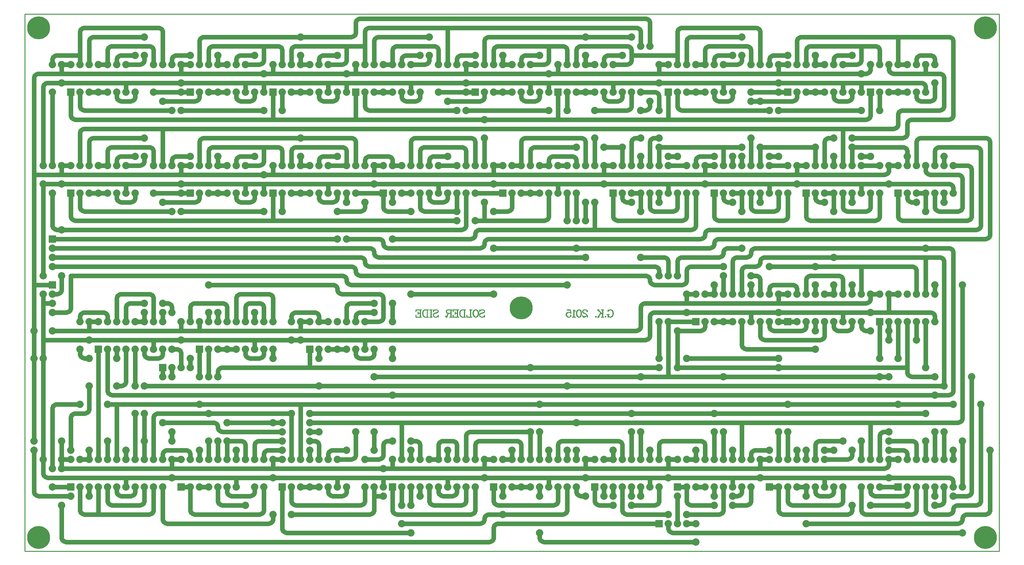
<source format=gbl>
%FSLAX23Y23*%
%MOIN*%
G70*
G01*
G75*
%ADD10C,0.050*%
%ADD11C,0.050*%
%ADD12C,0.010*%
%ADD13C,0.009*%
%ADD14R,0.080X0.080*%
%ADD15C,0.080*%
%ADD16C,0.250*%
D10*
X6945Y6370D02*
D03*
D03*
X10295Y5270D02*
D03*
D03*
X13545Y10470D02*
D03*
D03*
X7395Y5470D02*
D03*
D03*
X9295Y5670D02*
D03*
D03*
X8295Y7570D02*
D03*
D03*
X9045Y8770D02*
D03*
D03*
X4795Y10170D02*
D03*
D03*
D11*
X6795Y6420D02*
X6794Y6430D01*
X6791Y6439D01*
X6787Y6448D01*
X6780Y6455D01*
X6773Y6462D01*
X6764Y6466D01*
X6755Y6469D01*
X6745Y6470D01*
X6795Y6420D02*
X6796Y6410D01*
X6799Y6401D01*
X6803Y6392D01*
X6810Y6385D01*
X6817Y6378D01*
X6826Y6374D01*
X6835Y6371D01*
X6845Y6370D01*
X10295Y5220D02*
X10296Y5210D01*
X10299Y5201D01*
X10303Y5192D01*
X10310Y5185D01*
X10317Y5178D01*
X10326Y5174D01*
X10335Y5171D01*
X10345Y5170D01*
X8695Y9320D02*
X8694Y9330D01*
X8691Y9339D01*
X8687Y9348D01*
X8680Y9355D01*
X8673Y9362D01*
X8664Y9366D01*
X8655Y9369D01*
X8645Y9370D01*
X8445D02*
X8435Y9369D01*
X8426Y9366D01*
X8417Y9362D01*
X8410Y9355D01*
X8403Y9348D01*
X8399Y9339D01*
X8396Y9330D01*
X8395Y9320D01*
X8345Y8770D02*
X8355Y8771D01*
X8364Y8774D01*
X8373Y8778D01*
X8380Y8785D01*
X8387Y8792D01*
X8391Y8801D01*
X8394Y8810D01*
X8395Y8820D01*
X14845Y6470D02*
X14855Y6471D01*
X14864Y6474D01*
X14873Y6478D01*
X14880Y6485D01*
X14887Y6492D01*
X14891Y6501D01*
X14894Y6510D01*
X14895Y6520D01*
X14245Y5670D02*
X14255Y5671D01*
X14264Y5674D01*
X14273Y5678D01*
X14280Y5685D01*
X14287Y5692D01*
X14291Y5701D01*
X14294Y5710D01*
X14295Y5720D01*
X13895D02*
X13896Y5710D01*
X13899Y5701D01*
X13903Y5692D01*
X13910Y5685D01*
X13917Y5678D01*
X13926Y5674D01*
X13935Y5671D01*
X13945Y5670D01*
X12445D02*
X12455Y5671D01*
X12464Y5674D01*
X12473Y5678D01*
X12480Y5685D01*
X12487Y5692D01*
X12491Y5701D01*
X12494Y5710D01*
X12495Y5720D01*
X10695D02*
X10696Y5710D01*
X10699Y5701D01*
X10703Y5692D01*
X10710Y5685D01*
X10717Y5678D01*
X10726Y5674D01*
X10735Y5671D01*
X10745Y5670D01*
X7395Y7820D02*
X7394Y7830D01*
X7391Y7839D01*
X7387Y7848D01*
X7380Y7855D01*
X7373Y7862D01*
X7364Y7866D01*
X7355Y7869D01*
X7345Y7870D01*
X7045D02*
X7035Y7869D01*
X7026Y7866D01*
X7017Y7862D01*
X7010Y7855D01*
X7003Y7848D01*
X6999Y7839D01*
X6996Y7830D01*
X6995Y7820D01*
X7095Y6220D02*
X7094Y6230D01*
X7091Y6239D01*
X7087Y6248D01*
X7080Y6255D01*
X7073Y6262D01*
X7064Y6266D01*
X7055Y6269D01*
X7045Y6270D01*
X6795Y5620D02*
X6796Y5610D01*
X6799Y5601D01*
X6803Y5592D01*
X6810Y5585D01*
X6817Y5578D01*
X6826Y5574D01*
X6835Y5571D01*
X6845Y5570D01*
X13645Y9970D02*
X13655Y9971D01*
X13664Y9974D01*
X13673Y9978D01*
X13680Y9985D01*
X13687Y9992D01*
X13691Y10001D01*
X13694Y10010D01*
X13695Y10020D01*
X13545Y10470D02*
X13535Y10469D01*
X13526Y10466D01*
X13517Y10462D01*
X13510Y10455D01*
X13503Y10448D01*
X13499Y10439D01*
X13496Y10430D01*
X13495Y10420D01*
Y10020D02*
X13496Y10010D01*
X13499Y10001D01*
X13503Y9992D01*
X13510Y9985D01*
X13517Y9978D01*
X13526Y9974D01*
X13535Y9971D01*
X13545Y9970D01*
X11145D02*
X11155Y9971D01*
X11164Y9974D01*
X11173Y9978D01*
X11180Y9985D01*
X11187Y9992D01*
X11191Y10001D01*
X11194Y10010D01*
X11195Y10020D01*
X11045Y10470D02*
X11035Y10469D01*
X11026Y10466D01*
X11017Y10462D01*
X11010Y10455D01*
X11003Y10448D01*
X10999Y10439D01*
X10996Y10430D01*
X10995Y10420D01*
Y10020D02*
X10996Y10010D01*
X10999Y10001D01*
X11003Y9992D01*
X11010Y9985D01*
X11017Y9978D01*
X11026Y9974D01*
X11035Y9971D01*
X11045Y9970D01*
X14645Y5570D02*
X14655Y5571D01*
X14664Y5574D01*
X14673Y5578D01*
X14680Y5585D01*
X14687Y5592D01*
X14691Y5601D01*
X14694Y5610D01*
X14695Y5620D01*
X13645Y5470D02*
X13655Y5471D01*
X13664Y5474D01*
X13673Y5478D01*
X13680Y5485D01*
X13687Y5492D01*
X13691Y5501D01*
X13694Y5510D01*
X13695Y5520D01*
X12895D02*
X12896Y5510D01*
X12899Y5501D01*
X12903Y5492D01*
X12910Y5485D01*
X12917Y5478D01*
X12926Y5474D01*
X12935Y5471D01*
X12945Y5470D01*
X6145Y6570D02*
X6135Y6569D01*
X6126Y6566D01*
X6117Y6562D01*
X6110Y6555D01*
X6103Y6548D01*
X6099Y6539D01*
X6096Y6530D01*
X6095Y6520D01*
X6045Y5470D02*
X6055Y5471D01*
X6064Y5474D01*
X6073Y5478D01*
X6080Y5485D01*
X6087Y5492D01*
X6091Y5501D01*
X6094Y5510D01*
X6095Y5520D01*
X5295D02*
X5296Y5510D01*
X5299Y5501D01*
X5303Y5492D01*
X5310Y5485D01*
X5317Y5478D01*
X5326Y5474D01*
X5335Y5471D01*
X5345Y5470D01*
X14695Y8220D02*
X14694Y8230D01*
X14691Y8239D01*
X14687Y8248D01*
X14680Y8255D01*
X14673Y8262D01*
X14664Y8266D01*
X14655Y8269D01*
X14645Y8270D01*
X12745D02*
X12735Y8269D01*
X12726Y8266D01*
X12717Y8262D01*
X12710Y8255D01*
X12703Y8248D01*
X12699Y8239D01*
X12696Y8230D01*
X12695Y8220D01*
X12645Y8170D02*
X12655Y8171D01*
X12664Y8174D01*
X12673Y8178D01*
X12680Y8185D01*
X12687Y8192D01*
X12691Y8201D01*
X12694Y8210D01*
X12695Y8220D01*
X12545Y8170D02*
X12535Y8169D01*
X12526Y8166D01*
X12517Y8162D01*
X12510Y8155D01*
X12503Y8148D01*
X12499Y8139D01*
X12496Y8130D01*
X12495Y8120D01*
X10545Y5470D02*
X10555Y5471D01*
X10564Y5474D01*
X10573Y5478D01*
X10580Y5485D01*
X10587Y5492D01*
X10591Y5501D01*
X10594Y5510D01*
X10595Y5520D01*
X9745Y5470D02*
X9735Y5469D01*
X9726Y5466D01*
X9717Y5462D01*
X9710Y5455D01*
X9703Y5448D01*
X9699Y5439D01*
X9696Y5430D01*
X9695Y5420D01*
X9645Y5370D02*
X9655Y5371D01*
X9664Y5374D01*
X9673Y5378D01*
X9680Y5385D01*
X9687Y5392D01*
X9691Y5401D01*
X9694Y5410D01*
X9695Y5420D01*
X5945Y5570D02*
X5955Y5571D01*
X5964Y5574D01*
X5973Y5578D01*
X5980Y5585D01*
X5987Y5592D01*
X5991Y5601D01*
X5994Y5610D01*
X5995Y5620D01*
X5595D02*
X5596Y5610D01*
X5599Y5601D01*
X5603Y5592D01*
X5610Y5585D01*
X5617Y5578D01*
X5626Y5574D01*
X5635Y5571D01*
X5645Y5570D01*
X5845Y5670D02*
X5855Y5671D01*
X5864Y5674D01*
X5873Y5678D01*
X5880Y5685D01*
X5887Y5692D01*
X5891Y5701D01*
X5894Y5710D01*
X5895Y5720D01*
X5695D02*
X5696Y5710D01*
X5699Y5701D01*
X5703Y5692D01*
X5710Y5685D01*
X5717Y5678D01*
X5726Y5674D01*
X5735Y5671D01*
X5745Y5670D01*
X11695Y8220D02*
X11694Y8230D01*
X11691Y8239D01*
X11687Y8248D01*
X11680Y8255D01*
X11673Y8262D01*
X11664Y8266D01*
X11655Y8269D01*
X11645Y8270D01*
X14045Y6370D02*
X14035Y6369D01*
X14026Y6366D01*
X14017Y6362D01*
X14010Y6355D01*
X14003Y6348D01*
X13999Y6339D01*
X13996Y6330D01*
X13995Y6320D01*
X6495Y6120D02*
X6494Y6130D01*
X6491Y6139D01*
X6487Y6148D01*
X6480Y6155D01*
X6473Y6162D01*
X6464Y6166D01*
X6455Y6169D01*
X6445Y6170D01*
X6245D02*
X6235Y6169D01*
X6226Y6166D01*
X6217Y6162D01*
X6210Y6155D01*
X6203Y6148D01*
X6199Y6139D01*
X6196Y6130D01*
X6195Y6120D01*
X8445Y5470D02*
X8455Y5471D01*
X8464Y5474D01*
X8473Y5478D01*
X8480Y5485D01*
X8487Y5492D01*
X8491Y5501D01*
X8494Y5510D01*
X8495Y5520D01*
X7345Y5370D02*
X7355Y5371D01*
X7364Y5374D01*
X7373Y5378D01*
X7380Y5385D01*
X7387Y5392D01*
X7391Y5401D01*
X7394Y5410D01*
X7395Y5420D01*
X6195D02*
X6196Y5410D01*
X6199Y5401D01*
X6203Y5392D01*
X6210Y5385D01*
X6217Y5378D01*
X6226Y5374D01*
X6235Y5371D01*
X6245Y5370D01*
X7895Y6220D02*
X7894Y6230D01*
X7891Y6239D01*
X7887Y6248D01*
X7880Y6255D01*
X7873Y6262D01*
X7864Y6266D01*
X7855Y6269D01*
X7845Y6270D01*
X7245D02*
X7235Y6269D01*
X7226Y6266D01*
X7217Y6262D01*
X7210Y6255D01*
X7203Y6248D01*
X7199Y6239D01*
X7196Y6230D01*
X7195Y6220D01*
X7145Y5670D02*
X7155Y5671D01*
X7164Y5674D01*
X7173Y5678D01*
X7180Y5685D01*
X7187Y5692D01*
X7191Y5701D01*
X7194Y5710D01*
X7195Y5720D01*
X6895D02*
X6896Y5710D01*
X6899Y5701D01*
X6903Y5692D01*
X6910Y5685D01*
X6917Y5678D01*
X6926Y5674D01*
X6935Y5671D01*
X6945Y5670D01*
X7345Y6170D02*
X7335Y6169D01*
X7326Y6166D01*
X7317Y6162D01*
X7310Y6155D01*
X7303Y6148D01*
X7299Y6139D01*
X7296Y6130D01*
X7295Y6120D01*
X7245Y5470D02*
X7255Y5471D01*
X7264Y5474D01*
X7273Y5478D01*
X7280Y5485D01*
X7287Y5492D01*
X7291Y5501D01*
X7294Y5510D01*
X7295Y5520D01*
X6495D02*
X6496Y5510D01*
X6499Y5501D01*
X6503Y5492D01*
X6510Y5485D01*
X6517Y5478D01*
X6526Y5474D01*
X6535Y5471D01*
X6545Y5470D01*
X7495Y5320D02*
X7496Y5310D01*
X7499Y5301D01*
X7503Y5292D01*
X7510Y5285D01*
X7517Y5278D01*
X7526Y5274D01*
X7535Y5271D01*
X7545Y5270D01*
X8995Y6220D02*
X8994Y6230D01*
X8991Y6239D01*
X8987Y6248D01*
X8980Y6255D01*
X8973Y6262D01*
X8964Y6266D01*
X8955Y6269D01*
X8945Y6270D01*
X8645D02*
X8635Y6269D01*
X8626Y6266D01*
X8617Y6262D01*
X8610Y6255D01*
X8603Y6248D01*
X8599Y6239D01*
X8596Y6230D01*
X8595Y6220D01*
X8545Y6070D02*
X8555Y6071D01*
X8564Y6074D01*
X8573Y6078D01*
X8580Y6085D01*
X8587Y6092D01*
X8591Y6101D01*
X8594Y6110D01*
X8595Y6120D01*
X8345Y5570D02*
X8355Y5571D01*
X8364Y5574D01*
X8373Y5578D01*
X8380Y5585D01*
X8387Y5592D01*
X8391Y5601D01*
X8394Y5610D01*
X8395Y5620D01*
X7595D02*
X7596Y5610D01*
X7599Y5601D01*
X7603Y5592D01*
X7610Y5585D01*
X7617Y5578D01*
X7626Y5574D01*
X7635Y5571D01*
X7645Y5570D01*
X8145Y5670D02*
X8155Y5671D01*
X8164Y5674D01*
X8173Y5678D01*
X8180Y5685D01*
X8187Y5692D01*
X8191Y5701D01*
X8194Y5710D01*
X8195Y5720D01*
X8045Y6170D02*
X8035Y6169D01*
X8026Y6166D01*
X8017Y6162D01*
X8010Y6155D01*
X8003Y6148D01*
X7999Y6139D01*
X7996Y6130D01*
X7995Y6120D01*
Y5720D02*
X7996Y5710D01*
X7999Y5701D01*
X8003Y5692D01*
X8010Y5685D01*
X8017Y5678D01*
X8026Y5674D01*
X8035Y5671D01*
X8045Y5670D01*
X10095Y6220D02*
X10094Y6230D01*
X10091Y6239D01*
X10087Y6248D01*
X10080Y6255D01*
X10073Y6262D01*
X10064Y6266D01*
X10055Y6269D01*
X10045Y6270D01*
X9645D02*
X9635Y6269D01*
X9626Y6266D01*
X9617Y6262D01*
X9610Y6255D01*
X9603Y6248D01*
X9599Y6239D01*
X9596Y6230D01*
X9595Y6220D01*
X9545Y5470D02*
X9555Y5471D01*
X9564Y5474D01*
X9573Y5478D01*
X9580Y5485D01*
X9587Y5492D01*
X9591Y5501D01*
X9594Y5510D01*
X9595Y5520D01*
X8695D02*
X8696Y5510D01*
X8699Y5501D01*
X8703Y5492D01*
X8710Y5485D01*
X8717Y5478D01*
X8726Y5474D01*
X8735Y5471D01*
X8745Y5470D01*
X9395Y6220D02*
X9394Y6230D01*
X9391Y6239D01*
X9387Y6248D01*
X9380Y6255D01*
X9373Y6262D01*
X9364Y6266D01*
X9355Y6269D01*
X9345Y6270D01*
Y5670D02*
X9355Y5671D01*
X9364Y5674D01*
X9373Y5678D01*
X9380Y5685D01*
X9387Y5692D01*
X9391Y5701D01*
X9394Y5710D01*
X9395Y5720D01*
X9245Y6270D02*
X9235Y6269D01*
X9226Y6266D01*
X9217Y6262D01*
X9210Y6255D01*
X9203Y6248D01*
X9199Y6239D01*
X9196Y6230D01*
X9195Y6220D01*
Y5720D02*
X9196Y5710D01*
X9199Y5701D01*
X9203Y5692D01*
X9210Y5685D01*
X9217Y5678D01*
X9226Y5674D01*
X9235Y5671D01*
X9245Y5670D01*
X12345Y8370D02*
X12335Y8369D01*
X12326Y8366D01*
X12317Y8362D01*
X12310Y8355D01*
X12303Y8348D01*
X12299Y8339D01*
X12296Y8330D01*
X12295Y8320D01*
X12245Y8270D02*
X12255Y8271D01*
X12264Y8274D01*
X12273Y8278D01*
X12280Y8285D01*
X12287Y8292D01*
X12291Y8301D01*
X12294Y8310D01*
X12295Y8320D01*
X11845Y8270D02*
X11835Y8269D01*
X11826Y8266D01*
X11817Y8262D01*
X11810Y8255D01*
X11803Y8248D01*
X11799Y8239D01*
X11796Y8230D01*
X11795Y8220D01*
X12045Y7470D02*
X12055Y7471D01*
X12064Y7474D01*
X12073Y7478D01*
X12080Y7485D01*
X12087Y7492D01*
X12091Y7501D01*
X12094Y7510D01*
X12095Y7520D01*
X14945Y5670D02*
X14955Y5671D01*
X14964Y5674D01*
X14973Y5678D01*
X14980Y5685D01*
X14987Y5692D01*
X14991Y5701D01*
X14994Y5710D01*
X14995Y5720D01*
X14295Y7020D02*
X14296Y7010D01*
X14299Y7001D01*
X14303Y6992D01*
X14310Y6985D01*
X14317Y6978D01*
X14326Y6974D01*
X14335Y6971D01*
X14345Y6970D01*
X6845Y7070D02*
X6835Y7069D01*
X6826Y7066D01*
X6817Y7062D01*
X6810Y7055D01*
X6803Y7048D01*
X6799Y7039D01*
X6796Y7030D01*
X6795Y7020D01*
X9545Y6370D02*
X9535Y6369D01*
X9526Y6366D01*
X9517Y6362D01*
X9510Y6355D01*
X9503Y6348D01*
X9499Y6339D01*
X9496Y6330D01*
X9495Y6320D01*
X9445Y5570D02*
X9455Y5571D01*
X9464Y5574D01*
X9473Y5578D01*
X9480Y5585D01*
X9487Y5592D01*
X9491Y5601D01*
X9494Y5610D01*
X9495Y5620D01*
X9095D02*
X9096Y5610D01*
X9099Y5601D01*
X9103Y5592D01*
X9110Y5585D01*
X9117Y5578D01*
X9126Y5574D01*
X9135Y5571D01*
X9145Y5570D01*
X11195Y6220D02*
X11194Y6230D01*
X11191Y6239D01*
X11187Y6248D01*
X11180Y6255D01*
X11173Y6262D01*
X11164Y6266D01*
X11155Y6269D01*
X11145Y6270D01*
X10545D02*
X10535Y6269D01*
X10526Y6266D01*
X10517Y6262D01*
X10510Y6255D01*
X10503Y6248D01*
X10499Y6239D01*
X10496Y6230D01*
X10495Y6220D01*
X10445Y5570D02*
X10455Y5571D01*
X10464Y5574D01*
X10473Y5578D01*
X10480Y5585D01*
X10487Y5592D01*
X10491Y5601D01*
X10494Y5610D01*
X10495Y5620D01*
X9795D02*
X9796Y5610D01*
X9799Y5601D01*
X9803Y5592D01*
X9810Y5585D01*
X9817Y5578D01*
X9826Y5574D01*
X9835Y5571D01*
X9845Y5570D01*
X12095Y6220D02*
X12094Y6230D01*
X12091Y6239D01*
X12087Y6248D01*
X12080Y6255D01*
X12073Y6262D01*
X12064Y6266D01*
X12055Y6269D01*
X12045Y6270D01*
X11645D02*
X11635Y6269D01*
X11626Y6266D01*
X11617Y6262D01*
X11610Y6255D01*
X11603Y6248D01*
X11599Y6239D01*
X11596Y6230D01*
X11595Y6220D01*
X11545Y5570D02*
X11555Y5571D01*
X11564Y5574D01*
X11573Y5578D01*
X11580Y5585D01*
X11587Y5592D01*
X11591Y5601D01*
X11594Y5610D01*
X11595Y5620D01*
X10895D02*
X10896Y5610D01*
X10899Y5601D01*
X10903Y5592D01*
X10910Y5585D01*
X10917Y5578D01*
X10926Y5574D01*
X10935Y5571D01*
X10945Y5570D01*
X12245Y5470D02*
X12255Y5471D01*
X12264Y5474D01*
X12273Y5478D01*
X12280Y5485D01*
X12287Y5492D01*
X12291Y5501D01*
X12294Y5510D01*
X12295Y5520D01*
X11195D02*
X11196Y5510D01*
X11199Y5501D01*
X11203Y5492D01*
X11210Y5485D01*
X11217Y5478D01*
X11226Y5474D01*
X11235Y5471D01*
X11245Y5470D01*
X11695Y5320D02*
X11696Y5310D01*
X11699Y5301D01*
X11703Y5292D01*
X11710Y5285D01*
X11717Y5278D01*
X11726Y5274D01*
X11735Y5271D01*
X11745Y5270D01*
X12645Y6170D02*
X12635Y6169D01*
X12626Y6166D01*
X12617Y6162D01*
X12610Y6155D01*
X12603Y6148D01*
X12599Y6139D01*
X12596Y6130D01*
X12595Y6120D01*
X12545Y5570D02*
X12555Y5571D01*
X12564Y5574D01*
X12573Y5578D01*
X12580Y5585D01*
X12587Y5592D01*
X12591Y5601D01*
X12594Y5610D01*
X12595Y5620D01*
X11895D02*
X11896Y5610D01*
X11899Y5601D01*
X11903Y5592D01*
X11910Y5585D01*
X11917Y5578D01*
X11926Y5574D01*
X11935Y5571D01*
X11945Y5570D01*
X13445Y5670D02*
X13455Y5671D01*
X13464Y5674D01*
X13473Y5678D01*
X13480Y5685D01*
X13487Y5692D01*
X13491Y5701D01*
X13494Y5710D01*
X13495Y5720D01*
X13295D02*
X13296Y5710D01*
X13299Y5701D01*
X13303Y5692D01*
X13310Y5685D01*
X13317Y5678D01*
X13326Y5674D01*
X13335Y5671D01*
X13345Y5670D01*
X13545Y5570D02*
X13555Y5571D01*
X13564Y5574D01*
X13573Y5578D01*
X13580Y5585D01*
X13587Y5592D01*
X13591Y5601D01*
X13594Y5610D01*
X13595Y5620D01*
X13345Y6270D02*
X13335Y6269D01*
X13326Y6266D01*
X13317Y6262D01*
X13310Y6255D01*
X13303Y6248D01*
X13299Y6239D01*
X13296Y6230D01*
X13295Y6220D01*
X12995Y5620D02*
X12996Y5610D01*
X12999Y5601D01*
X13003Y5592D01*
X13010Y5585D01*
X13017Y5578D01*
X13026Y5574D01*
X13035Y5571D01*
X13045Y5570D01*
X14395Y6220D02*
X14394Y6230D01*
X14391Y6239D01*
X14387Y6248D01*
X14380Y6255D01*
X14373Y6262D01*
X14364Y6266D01*
X14355Y6269D01*
X14345Y6270D01*
Y5470D02*
X14355Y5471D01*
X14364Y5474D01*
X14373Y5478D01*
X14380Y5485D01*
X14387Y5492D01*
X14391Y5501D01*
X14394Y5510D01*
X14395Y5520D01*
X13795D02*
X13796Y5510D01*
X13799Y5501D01*
X13803Y5492D01*
X13810Y5485D01*
X13817Y5478D01*
X13826Y5474D01*
X13835Y5471D01*
X13845Y5470D01*
X15045Y5570D02*
X15055Y5571D01*
X15064Y5574D01*
X15073Y5578D01*
X15080Y5585D01*
X15087Y5592D01*
X15091Y5601D01*
X15094Y5610D01*
X15095Y5620D01*
X14845Y5570D02*
X14835Y5569D01*
X14826Y5566D01*
X14817Y5562D01*
X14810Y5555D01*
X14803Y5548D01*
X14799Y5539D01*
X14796Y5530D01*
X14795Y5520D01*
X14745Y5470D02*
X14755Y5471D01*
X14764Y5474D01*
X14773Y5478D01*
X14780Y5485D01*
X14787Y5492D01*
X14791Y5501D01*
X14794Y5510D01*
X14795Y5520D01*
X14495D02*
X14496Y5510D01*
X14499Y5501D01*
X14503Y5492D01*
X14510Y5485D01*
X14517Y5478D01*
X14526Y5474D01*
X14535Y5471D01*
X14545Y5470D01*
X5045Y6670D02*
X5035Y6669D01*
X5026Y6666D01*
X5017Y6662D01*
X5010Y6655D01*
X5003Y6648D01*
X4999Y6639D01*
X4996Y6630D01*
X4995Y6620D01*
X15145Y5470D02*
X15155Y5471D01*
X15164Y5474D01*
X15173Y5478D01*
X15180Y5485D01*
X15187Y5492D01*
X15191Y5501D01*
X15194Y5510D01*
X15195Y5520D01*
X14945Y5470D02*
X14935Y5469D01*
X14926Y5466D01*
X14917Y5462D01*
X14910Y5455D01*
X14903Y5448D01*
X14899Y5439D01*
X14896Y5430D01*
X14895Y5420D01*
X14845Y5370D02*
X14855Y5371D01*
X14864Y5374D01*
X14873Y5378D01*
X14880Y5385D01*
X14887Y5392D01*
X14891Y5401D01*
X14894Y5410D01*
X14895Y5420D01*
X13595Y8020D02*
X13594Y8030D01*
X13591Y8039D01*
X13587Y8048D01*
X13580Y8055D01*
X13573Y8062D01*
X13564Y8066D01*
X13555Y8069D01*
X13545Y8070D01*
X13245D02*
X13235Y8069D01*
X13226Y8066D01*
X13217Y8062D01*
X13210Y8055D01*
X13203Y8048D01*
X13199Y8039D01*
X13196Y8030D01*
X13195Y8020D01*
X13095Y7920D02*
X13094Y7930D01*
X13091Y7939D01*
X13087Y7948D01*
X13080Y7955D01*
X13073Y7962D01*
X13064Y7966D01*
X13055Y7969D01*
X13045Y7970D01*
X13145Y7470D02*
X13155Y7471D01*
X13164Y7474D01*
X13173Y7478D01*
X13180Y7485D01*
X13187Y7492D01*
X13191Y7501D01*
X13194Y7510D01*
X13195Y7520D01*
X12845Y7970D02*
X12835Y7969D01*
X12826Y7966D01*
X12817Y7962D01*
X12810Y7955D01*
X12803Y7948D01*
X12799Y7939D01*
X12796Y7930D01*
X12795Y7920D01*
Y7520D02*
X12796Y7510D01*
X12799Y7501D01*
X12803Y7492D01*
X12810Y7485D01*
X12817Y7478D01*
X12826Y7474D01*
X12835Y7471D01*
X12845Y7470D01*
X13345Y7370D02*
X13355Y7371D01*
X13364Y7374D01*
X13373Y7378D01*
X13380Y7385D01*
X13387Y7392D01*
X13391Y7401D01*
X13394Y7410D01*
X13395Y7420D01*
X12695D02*
X12696Y7410D01*
X12699Y7401D01*
X12703Y7392D01*
X12710Y7385D01*
X12717Y7378D01*
X12726Y7374D01*
X12735Y7371D01*
X12745Y7370D01*
X12695Y8020D02*
X12694Y8030D01*
X12691Y8039D01*
X12687Y8048D01*
X12680Y8055D01*
X12673Y8062D01*
X12664Y8066D01*
X12655Y8069D01*
X12645Y8070D01*
X12495Y7320D02*
X12496Y7310D01*
X12499Y7301D01*
X12503Y7292D01*
X12510Y7285D01*
X12517Y7278D01*
X12526Y7274D01*
X12535Y7271D01*
X12545Y7270D01*
X13645Y7470D02*
X13655Y7471D01*
X13664Y7474D01*
X13673Y7478D01*
X13680Y7485D01*
X13687Y7492D01*
X13691Y7501D01*
X13694Y7510D01*
X13695Y7520D01*
X13495D02*
X13496Y7510D01*
X13499Y7501D01*
X13503Y7492D01*
X13510Y7485D01*
X13517Y7478D01*
X13526Y7474D01*
X13535Y7471D01*
X13545Y7470D01*
X14395Y8120D02*
X14394Y8130D01*
X14391Y8139D01*
X14387Y8148D01*
X14380Y8155D01*
X14373Y8162D01*
X14364Y8166D01*
X14355Y8169D01*
X14345Y8170D01*
X13795Y7520D02*
X13796Y7510D01*
X13799Y7501D01*
X13803Y7492D01*
X13810Y7485D01*
X13817Y7478D01*
X13826Y7474D01*
X13835Y7471D01*
X13845Y7470D01*
X11945Y8170D02*
X11935Y8169D01*
X11926Y8166D01*
X11917Y8162D01*
X11910Y8155D01*
X11903Y8148D01*
X11899Y8139D01*
X11896Y8130D01*
X11895Y8120D01*
X8295D02*
X8294Y8130D01*
X8291Y8139D01*
X8287Y8148D01*
X8280Y8155D01*
X8273Y8162D01*
X8264Y8166D01*
X8255Y8169D01*
X8245Y8170D01*
X11495Y8020D02*
X11494Y8030D01*
X11491Y8039D01*
X11487Y8048D01*
X11480Y8055D01*
X11473Y8062D01*
X11464Y8066D01*
X11455Y8069D01*
X11445Y8070D01*
X11845Y7970D02*
X11855Y7971D01*
X11864Y7974D01*
X11873Y7978D01*
X11880Y7985D01*
X11887Y7992D01*
X11891Y8001D01*
X11894Y8010D01*
X11895Y8020D01*
X8295Y8120D02*
X8296Y8110D01*
X8299Y8101D01*
X8303Y8092D01*
X8310Y8085D01*
X8317Y8078D01*
X8326Y8074D01*
X8335Y8071D01*
X8345Y8070D01*
X11495Y8020D02*
X11496Y8010D01*
X11499Y8001D01*
X11503Y7992D01*
X11510Y7985D01*
X11517Y7978D01*
X11526Y7974D01*
X11535Y7971D01*
X11545Y7970D01*
X14295Y6120D02*
X14294Y6130D01*
X14291Y6139D01*
X14287Y6148D01*
X14280Y6155D01*
X14273Y6162D01*
X14264Y6166D01*
X14255Y6169D01*
X14245Y6170D01*
X13645Y6070D02*
X13655Y6071D01*
X13664Y6074D01*
X13673Y6078D01*
X13680Y6085D01*
X13687Y6092D01*
X13691Y6101D01*
X13694Y6110D01*
X13695Y6120D01*
X8245Y6070D02*
X8255Y6071D01*
X8264Y6074D01*
X8273Y6078D01*
X8280Y6085D01*
X8287Y6092D01*
X8291Y6101D01*
X8294Y6110D01*
X8295Y6120D01*
X5745Y6870D02*
X5755Y6871D01*
X5764Y6874D01*
X5773Y6878D01*
X5780Y6885D01*
X5787Y6892D01*
X5791Y6901D01*
X5794Y6910D01*
X5795Y6920D01*
X5345Y6570D02*
X5355Y6571D01*
X5364Y6574D01*
X5373Y6578D01*
X5380Y6585D01*
X5387Y6592D01*
X5391Y6601D01*
X5394Y6610D01*
X5395Y6620D01*
X5245Y6570D02*
X5235Y6569D01*
X5226Y6566D01*
X5217Y6562D01*
X5210Y6555D01*
X5203Y6548D01*
X5199Y6539D01*
X5196Y6530D01*
X5195Y6520D01*
X4795Y5720D02*
X4796Y5710D01*
X4799Y5701D01*
X4803Y5692D01*
X4810Y5685D01*
X4817Y5678D01*
X4826Y5674D01*
X4835Y5671D01*
X4845Y5670D01*
X8445Y7170D02*
X8455Y7171D01*
X8464Y7174D01*
X8473Y7178D01*
X8480Y7185D01*
X8487Y7192D01*
X8491Y7201D01*
X8494Y7210D01*
X8495Y7220D01*
X8345Y7670D02*
X8335Y7669D01*
X8326Y7666D01*
X8317Y7662D01*
X8310Y7655D01*
X8303Y7648D01*
X8299Y7639D01*
X8296Y7630D01*
X8295Y7620D01*
Y7220D02*
X8296Y7210D01*
X8299Y7201D01*
X8303Y7192D01*
X8310Y7185D01*
X8317Y7178D01*
X8326Y7174D01*
X8335Y7171D01*
X8345Y7170D01*
X7295Y7720D02*
X7294Y7730D01*
X7291Y7739D01*
X7287Y7748D01*
X7280Y7755D01*
X7273Y7762D01*
X7264Y7766D01*
X7255Y7769D01*
X7245Y7770D01*
Y7170D02*
X7255Y7171D01*
X7264Y7174D01*
X7273Y7178D01*
X7280Y7185D01*
X7287Y7192D01*
X7291Y7201D01*
X7294Y7210D01*
X7295Y7220D01*
X7145Y7770D02*
X7135Y7769D01*
X7126Y7766D01*
X7117Y7762D01*
X7110Y7755D01*
X7103Y7748D01*
X7099Y7739D01*
X7096Y7730D01*
X7095Y7720D01*
Y7220D02*
X7096Y7210D01*
X7099Y7201D01*
X7103Y7192D01*
X7110Y7185D01*
X7117Y7178D01*
X7126Y7174D01*
X7135Y7171D01*
X7145Y7170D01*
X6395Y7220D02*
X6394Y7230D01*
X6391Y7239D01*
X6387Y7248D01*
X6380Y7255D01*
X6373Y7262D01*
X6364Y7266D01*
X6355Y7269D01*
X6345Y7270D01*
X6145Y7170D02*
X6155Y7171D01*
X6164Y7174D01*
X6173Y7178D01*
X6180Y7185D01*
X6187Y7192D01*
X6191Y7201D01*
X6194Y7210D01*
X6195Y7220D01*
X5995D02*
X5996Y7210D01*
X5999Y7201D01*
X6003Y7192D01*
X6010Y7185D01*
X6017Y7178D01*
X6026Y7174D01*
X6035Y7171D01*
X6045Y7170D01*
X6545Y9970D02*
X6555Y9971D01*
X6564Y9974D01*
X6573Y9978D01*
X6580Y9985D01*
X6587Y9992D01*
X6591Y10001D01*
X6594Y10010D01*
X6595Y10020D01*
X6195Y10720D02*
X6194Y10730D01*
X6191Y10739D01*
X6187Y10748D01*
X6180Y10755D01*
X6173Y10762D01*
X6164Y10766D01*
X6155Y10769D01*
X6145Y10770D01*
X5345D02*
X5335Y10769D01*
X5326Y10766D01*
X5317Y10762D01*
X5310Y10755D01*
X5303Y10748D01*
X5299Y10739D01*
X5296Y10730D01*
X5295Y10720D01*
X9495Y9420D02*
X9494Y9430D01*
X9491Y9439D01*
X9487Y9448D01*
X9480Y9455D01*
X9473Y9462D01*
X9464Y9466D01*
X9455Y9469D01*
X9445Y9470D01*
Y8570D02*
X9455Y8571D01*
X9464Y8574D01*
X9473Y8578D01*
X9480Y8585D01*
X9487Y8592D01*
X9491Y8601D01*
X9494Y8610D01*
X9495Y8620D01*
X9045Y9470D02*
X9035Y9469D01*
X9026Y9466D01*
X9017Y9462D01*
X9010Y9455D01*
X9003Y9448D01*
X8999Y9439D01*
X8996Y9430D01*
X8995Y9420D01*
X5045Y10470D02*
X5035Y10469D01*
X5026Y10466D01*
X5017Y10462D01*
X5010Y10455D01*
X5003Y10448D01*
X4999Y10439D01*
X4996Y10430D01*
X4995Y10420D01*
X5045Y7870D02*
X5055Y7871D01*
X5064Y7874D01*
X5073Y7878D01*
X5080Y7885D01*
X5087Y7892D01*
X5091Y7901D01*
X5094Y7910D01*
X5095Y7920D01*
X4995Y8620D02*
X4996Y8610D01*
X4999Y8601D01*
X5003Y8592D01*
X5010Y8585D01*
X5017Y8578D01*
X5026Y8574D01*
X5035Y8571D01*
X5045Y8570D01*
X8195Y8020D02*
X8194Y8030D01*
X8191Y8039D01*
X8187Y8048D01*
X8180Y8055D01*
X8173Y8062D01*
X8164Y8066D01*
X8155Y8069D01*
X8145Y8070D01*
X8195Y8020D02*
X8196Y8010D01*
X8199Y8001D01*
X8203Y7992D01*
X8210Y7985D01*
X8217Y7978D01*
X8226Y7974D01*
X8235Y7971D01*
X8245Y7970D01*
X5145Y7670D02*
X5155Y7671D01*
X5164Y7674D01*
X5173Y7678D01*
X5180Y7685D01*
X5187Y7692D01*
X5191Y7701D01*
X5194Y7710D01*
X5195Y7720D01*
X5595Y7620D02*
X5594Y7630D01*
X5591Y7639D01*
X5587Y7648D01*
X5580Y7655D01*
X5573Y7662D01*
X5564Y7666D01*
X5555Y7669D01*
X5545Y7670D01*
X5345D02*
X5335Y7669D01*
X5326Y7666D01*
X5317Y7662D01*
X5310Y7655D01*
X5303Y7648D01*
X5299Y7639D01*
X5296Y7630D01*
X5295Y7620D01*
Y7220D02*
X5296Y7210D01*
X5299Y7201D01*
X5303Y7192D01*
X5310Y7185D01*
X5317Y7178D01*
X5326Y7174D01*
X5335Y7171D01*
X5345Y7170D01*
X6295Y7720D02*
X6294Y7730D01*
X6291Y7739D01*
X6287Y7748D01*
X6280Y7755D01*
X6273Y7762D01*
X6264Y7766D01*
X6255Y7769D01*
X6245Y7770D01*
X5845D02*
X5835Y7769D01*
X5826Y7766D01*
X5817Y7762D01*
X5810Y7755D01*
X5803Y7748D01*
X5799Y7739D01*
X5796Y7730D01*
X5795Y7720D01*
X6095Y7820D02*
X6094Y7830D01*
X6091Y7839D01*
X6087Y7848D01*
X6080Y7855D01*
X6073Y7862D01*
X6064Y7866D01*
X6055Y7869D01*
X6045Y7870D01*
X5745D02*
X5735Y7869D01*
X5726Y7866D01*
X5717Y7862D01*
X5710Y7855D01*
X5703Y7848D01*
X5699Y7839D01*
X5696Y7830D01*
X5695Y7820D01*
X6895Y7720D02*
X6894Y7730D01*
X6891Y7739D01*
X6887Y7748D01*
X6880Y7755D01*
X6873Y7762D01*
X6864Y7766D01*
X6855Y7769D01*
X6845Y7770D01*
X6545D02*
X6535Y7769D01*
X6526Y7766D01*
X6517Y7762D01*
X6510Y7755D01*
X6503Y7748D01*
X6499Y7739D01*
X6496Y7730D01*
X6495Y7720D01*
X8595Y7820D02*
X8594Y7830D01*
X8591Y7839D01*
X8587Y7848D01*
X8580Y7855D01*
X8573Y7862D01*
X8564Y7866D01*
X8555Y7869D01*
X8545Y7870D01*
Y7570D02*
X8555Y7571D01*
X8564Y7574D01*
X8573Y7578D01*
X8580Y7585D01*
X8587Y7592D01*
X8591Y7601D01*
X8594Y7610D01*
X8595Y7620D01*
X8095Y7920D02*
X8094Y7930D01*
X8091Y7939D01*
X8087Y7948D01*
X8080Y7955D01*
X8073Y7962D01*
X8064Y7966D01*
X8055Y7969D01*
X8045Y7970D01*
X8095Y7920D02*
X8096Y7910D01*
X8099Y7901D01*
X8103Y7892D01*
X8110Y7885D01*
X8117Y7878D01*
X8126Y7874D01*
X8135Y7871D01*
X8145Y7870D01*
X15095Y9420D02*
X15094Y9430D01*
X15091Y9439D01*
X15087Y9448D01*
X15080Y9455D01*
X15073Y9462D01*
X15064Y9466D01*
X15055Y9469D01*
X15045Y9470D01*
Y8570D02*
X15055Y8571D01*
X15064Y8574D01*
X15073Y8578D01*
X15080Y8585D01*
X15087Y8592D01*
X15091Y8601D01*
X15094Y8610D01*
X15095Y8620D01*
X14645Y9470D02*
X14635Y9469D01*
X14626Y9466D01*
X14617Y9462D01*
X14610Y9455D01*
X14603Y9448D01*
X14599Y9439D01*
X14596Y9430D01*
X14595Y9420D01*
X12145Y8570D02*
X12135Y8569D01*
X12126Y8566D01*
X12117Y8562D01*
X12110Y8555D01*
X12103Y8548D01*
X12099Y8539D01*
X12096Y8530D01*
X12095Y8520D01*
X12045Y8470D02*
X12055Y8471D01*
X12064Y8474D01*
X12073Y8478D01*
X12080Y8485D01*
X12087Y8492D01*
X12091Y8501D01*
X12094Y8510D01*
X12095Y8520D01*
X9745Y8470D02*
X9735Y8469D01*
X9726Y8466D01*
X9717Y8462D01*
X9710Y8455D01*
X9703Y8448D01*
X9699Y8439D01*
X9696Y8430D01*
X9695Y8420D01*
X9645Y8370D02*
X9655Y8371D01*
X9664Y8374D01*
X9673Y8378D01*
X9680Y8385D01*
X9687Y8392D01*
X9691Y8401D01*
X9694Y8410D01*
X9695Y8420D01*
X8595D02*
X8594Y8430D01*
X8591Y8439D01*
X8587Y8448D01*
X8580Y8455D01*
X8573Y8462D01*
X8564Y8466D01*
X8555Y8469D01*
X8545Y8470D01*
X8595Y8420D02*
X8596Y8410D01*
X8599Y8401D01*
X8603Y8392D01*
X8610Y8385D01*
X8617Y8378D01*
X8626Y8374D01*
X8635Y8371D01*
X8645Y8370D01*
X8195Y9420D02*
X8194Y9430D01*
X8191Y9439D01*
X8187Y9448D01*
X8180Y9455D01*
X8173Y9462D01*
X8164Y9466D01*
X8155Y9469D01*
X8145Y9470D01*
X7645D02*
X7635Y9469D01*
X7626Y9466D01*
X7617Y9462D01*
X7610Y9455D01*
X7603Y9448D01*
X7599Y9439D01*
X7596Y9430D01*
X7595Y9420D01*
X10795Y9520D02*
X10794Y9530D01*
X10791Y9539D01*
X10787Y9548D01*
X10780Y9555D01*
X10773Y9562D01*
X10764Y9566D01*
X10755Y9569D01*
X10745Y9570D01*
X10145D02*
X10135Y9569D01*
X10126Y9566D01*
X10117Y9562D01*
X10110Y9555D01*
X10103Y9548D01*
X10099Y9539D01*
X10096Y9530D01*
X10095Y9520D01*
X8495Y8320D02*
X8496Y8310D01*
X8499Y8301D01*
X8503Y8292D01*
X8510Y8285D01*
X8517Y8278D01*
X8526Y8274D01*
X8535Y8271D01*
X8545Y8270D01*
X8495Y8320D02*
X8494Y8330D01*
X8491Y8339D01*
X8487Y8348D01*
X8480Y8355D01*
X8473Y8362D01*
X8464Y8366D01*
X8455Y8369D01*
X8445Y8370D01*
X8395Y8220D02*
X8396Y8210D01*
X8399Y8201D01*
X8403Y8192D01*
X8410Y8185D01*
X8417Y8178D01*
X8426Y8174D01*
X8435Y8171D01*
X8445Y8170D01*
X8395Y8220D02*
X8394Y8230D01*
X8391Y8239D01*
X8387Y8248D01*
X8380Y8255D01*
X8373Y8262D01*
X8364Y8266D01*
X8355Y8269D01*
X8345Y8270D01*
X11595Y8120D02*
X11594Y8130D01*
X11591Y8139D01*
X11587Y8148D01*
X11580Y8155D01*
X11573Y8162D01*
X11564Y8166D01*
X11555Y8169D01*
X11545Y8170D01*
X11245Y9870D02*
X11255Y9871D01*
X11264Y9874D01*
X11273Y9878D01*
X11280Y9885D01*
X11287Y9892D01*
X11291Y9901D01*
X11294Y9910D01*
X11295Y9920D01*
X12045Y9370D02*
X12035Y9369D01*
X12026Y9366D01*
X12017Y9362D01*
X12010Y9355D01*
X12003Y9348D01*
X11999Y9339D01*
X11996Y9330D01*
X11995Y9320D01*
X11945Y8570D02*
X11955Y8571D01*
X11964Y8574D01*
X11973Y8578D01*
X11980Y8585D01*
X11987Y8592D01*
X11991Y8601D01*
X11994Y8610D01*
X11995Y8620D01*
X9745Y10670D02*
X9735Y10669D01*
X9726Y10666D01*
X9717Y10662D01*
X9710Y10655D01*
X9703Y10648D01*
X9699Y10639D01*
X9696Y10630D01*
X9695Y10620D01*
X9645Y8570D02*
X9635Y8569D01*
X9626Y8566D01*
X9617Y8562D01*
X9610Y8555D01*
X9603Y8548D01*
X9599Y8539D01*
X9596Y8530D01*
X9595Y8520D01*
X9545Y8470D02*
X9555Y8471D01*
X9564Y8474D01*
X9573Y8478D01*
X9580Y8485D01*
X9587Y8492D01*
X9591Y8501D01*
X9594Y8510D01*
X9595Y8520D01*
X13945Y8670D02*
X13955Y8671D01*
X13964Y8674D01*
X13973Y8678D01*
X13980Y8685D01*
X13987Y8692D01*
X13991Y8701D01*
X13994Y8710D01*
X13995Y8720D01*
X13195D02*
X13196Y8710D01*
X13199Y8701D01*
X13203Y8692D01*
X13210Y8685D01*
X13217Y8678D01*
X13226Y8674D01*
X13235Y8671D01*
X13245Y8670D01*
X15195Y9520D02*
X15194Y9530D01*
X15191Y9539D01*
X15187Y9548D01*
X15180Y9555D01*
X15173Y9562D01*
X15164Y9566D01*
X15155Y9569D01*
X15145Y9570D01*
X14445D02*
X14435Y9569D01*
X14426Y9566D01*
X14417Y9562D01*
X14410Y9555D01*
X14403Y9548D01*
X14399Y9539D01*
X14396Y9530D01*
X14395Y9520D01*
X15145Y8470D02*
X15155Y8471D01*
X15164Y8474D01*
X15173Y8478D01*
X15180Y8485D01*
X15187Y8492D01*
X15191Y8501D01*
X15194Y8510D01*
X15195Y8520D01*
X12245Y8470D02*
X12235Y8469D01*
X12226Y8466D01*
X12217Y8462D01*
X12210Y8455D01*
X12203Y8448D01*
X12199Y8439D01*
X12196Y8430D01*
X12195Y8420D01*
X12145Y8370D02*
X12155Y8371D01*
X12164Y8374D01*
X12173Y8378D01*
X12180Y8385D01*
X12187Y8392D01*
X12191Y8401D01*
X12194Y8410D01*
X12195Y8420D01*
X10695Y9320D02*
X10694Y9330D01*
X10691Y9339D01*
X10687Y9348D01*
X10680Y9355D01*
X10673Y9362D01*
X10664Y9366D01*
X10655Y9369D01*
X10645Y9370D01*
X10445D02*
X10435Y9369D01*
X10426Y9366D01*
X10417Y9362D01*
X10410Y9355D01*
X10403Y9348D01*
X10399Y9339D01*
X10396Y9330D01*
X10395Y9320D01*
X8595Y8820D02*
X8596Y8810D01*
X8599Y8801D01*
X8603Y8792D01*
X8610Y8785D01*
X8617Y8778D01*
X8626Y8774D01*
X8635Y8771D01*
X8645Y8770D01*
X14995Y9220D02*
X14994Y9230D01*
X14991Y9239D01*
X14987Y9248D01*
X14980Y9255D01*
X14973Y9262D01*
X14964Y9266D01*
X14955Y9269D01*
X14945Y9270D01*
Y8670D02*
X14955Y8671D01*
X14964Y8674D01*
X14973Y8678D01*
X14980Y8685D01*
X14987Y8692D01*
X14991Y8701D01*
X14994Y8710D01*
X14995Y8720D01*
X14195D02*
X14196Y8710D01*
X14199Y8701D01*
X14203Y8692D01*
X14210Y8685D01*
X14217Y8678D01*
X14226Y8674D01*
X14235Y8671D01*
X14245Y8670D01*
X13845Y8770D02*
X13855Y8771D01*
X13864Y8774D01*
X13873Y8778D01*
X13880Y8785D01*
X13887Y8792D01*
X13891Y8801D01*
X13894Y8810D01*
X13895Y8820D01*
X13595D02*
X13596Y8810D01*
X13599Y8801D01*
X13603Y8792D01*
X13610Y8785D01*
X13617Y8778D01*
X13626Y8774D01*
X13635Y8771D01*
X13645Y8770D01*
X13295Y8920D02*
X13296Y8910D01*
X13299Y8901D01*
X13303Y8892D01*
X13310Y8885D01*
X13317Y8878D01*
X13326Y8874D01*
X13335Y8871D01*
X13345Y8870D01*
X12945Y8670D02*
X12955Y8671D01*
X12964Y8674D01*
X12973Y8678D01*
X12980Y8685D01*
X12987Y8692D01*
X12991Y8701D01*
X12994Y8710D01*
X12995Y8720D01*
X12195D02*
X12196Y8710D01*
X12199Y8701D01*
X12203Y8692D01*
X12210Y8685D01*
X12217Y8678D01*
X12226Y8674D01*
X12235Y8671D01*
X12245Y8670D01*
X12845Y8770D02*
X12855Y8771D01*
X12864Y8774D01*
X12873Y8778D01*
X12880Y8785D01*
X12887Y8792D01*
X12891Y8801D01*
X12894Y8810D01*
X12895Y8820D01*
X12595D02*
X12596Y8810D01*
X12599Y8801D01*
X12603Y8792D01*
X12610Y8785D01*
X12617Y8778D01*
X12626Y8774D01*
X12635Y8771D01*
X12645Y8770D01*
X11745D02*
X11755Y8771D01*
X11764Y8774D01*
X11773Y8778D01*
X11780Y8785D01*
X11787Y8792D01*
X11791Y8801D01*
X11794Y8810D01*
X11795Y8820D01*
X11495D02*
X11496Y8810D01*
X11499Y8801D01*
X11503Y8792D01*
X11510Y8785D01*
X11517Y8778D01*
X11526Y8774D01*
X11535Y8771D01*
X11545Y8770D01*
X12295Y8920D02*
X12296Y8910D01*
X12299Y8901D01*
X12303Y8892D01*
X12310Y8885D01*
X12317Y8878D01*
X12326Y8874D01*
X12335Y8871D01*
X12345Y8870D01*
X11845Y8670D02*
X11855Y8671D01*
X11864Y8674D01*
X11873Y8678D01*
X11880Y8685D01*
X11887Y8692D01*
X11891Y8701D01*
X11894Y8710D01*
X11895Y8720D01*
X11095D02*
X11096Y8710D01*
X11099Y8701D01*
X11103Y8692D01*
X11110Y8685D01*
X11117Y8678D01*
X11126Y8674D01*
X11135Y8671D01*
X11145Y8670D01*
X11195Y8920D02*
X11196Y8910D01*
X11199Y8901D01*
X11203Y8892D01*
X11210Y8885D01*
X11217Y8878D01*
X11226Y8874D01*
X11235Y8871D01*
X11245Y8870D01*
X13845Y9770D02*
X13855Y9771D01*
X13864Y9774D01*
X13873Y9778D01*
X13880Y9785D01*
X13887Y9792D01*
X13891Y9801D01*
X13894Y9810D01*
X13895Y9820D01*
X10345Y8670D02*
X10355Y8671D01*
X10364Y8674D01*
X10373Y8678D01*
X10380Y8685D01*
X10387Y8692D01*
X10391Y8701D01*
X10394Y8710D01*
X10395Y8720D01*
X5195Y9820D02*
X5196Y9810D01*
X5199Y9801D01*
X5203Y9792D01*
X5210Y9785D01*
X5217Y9778D01*
X5226Y9774D01*
X5235Y9771D01*
X5245Y9770D01*
X5195Y8720D02*
X5196Y8710D01*
X5199Y8701D01*
X5203Y8692D01*
X5210Y8685D01*
X5217Y8678D01*
X5226Y8674D01*
X5235Y8671D01*
X5245Y8670D01*
X9945Y8770D02*
X9955Y8771D01*
X9964Y8774D01*
X9973Y8778D01*
X9980Y8785D01*
X9987Y8792D01*
X9991Y8801D01*
X9994Y8810D01*
X9995Y8820D01*
X8995D02*
X8996Y8810D01*
X8999Y8801D01*
X9003Y8792D01*
X9010Y8785D01*
X9017Y8778D01*
X9026Y8774D01*
X9035Y8771D01*
X9045Y8770D01*
X9245Y8870D02*
X9255Y8871D01*
X9264Y8874D01*
X9273Y8878D01*
X9280Y8885D01*
X9287Y8892D01*
X9291Y8901D01*
X9294Y8910D01*
X9295Y8920D01*
X9145Y9370D02*
X9135Y9369D01*
X9126Y9366D01*
X9117Y9362D01*
X9110Y9355D01*
X9103Y9348D01*
X9099Y9339D01*
X9096Y9330D01*
X9095Y9320D01*
Y8920D02*
X9096Y8910D01*
X9099Y8901D01*
X9103Y8892D01*
X9110Y8885D01*
X9117Y8878D01*
X9126Y8874D01*
X9135Y8871D01*
X9145Y8870D01*
X8045D02*
X8055Y8871D01*
X8064Y8874D01*
X8073Y8878D01*
X8080Y8885D01*
X8087Y8892D01*
X8091Y8901D01*
X8094Y8910D01*
X8095Y8920D01*
X7945Y9370D02*
X7935Y9369D01*
X7926Y9366D01*
X7917Y9362D01*
X7910Y9355D01*
X7903Y9348D01*
X7899Y9339D01*
X7896Y9330D01*
X7895Y9320D01*
Y8920D02*
X7896Y8910D01*
X7899Y8901D01*
X7903Y8892D01*
X7910Y8885D01*
X7917Y8878D01*
X7926Y8874D01*
X7935Y8871D01*
X7945Y8870D01*
X7145D02*
X7155Y8871D01*
X7164Y8874D01*
X7173Y8878D01*
X7180Y8885D01*
X7187Y8892D01*
X7191Y8901D01*
X7194Y8910D01*
X7195Y8920D01*
X7045Y9370D02*
X7035Y9369D01*
X7026Y9366D01*
X7017Y9362D01*
X7010Y9355D01*
X7003Y9348D01*
X6999Y9339D01*
X6996Y9330D01*
X6995Y9320D01*
Y8920D02*
X6996Y8910D01*
X6999Y8901D01*
X7003Y8892D01*
X7010Y8885D01*
X7017Y8878D01*
X7026Y8874D01*
X7035Y8871D01*
X7045Y8870D01*
X14695Y10220D02*
X14694Y10230D01*
X14691Y10239D01*
X14687Y10248D01*
X14680Y10255D01*
X14673Y10262D01*
X14664Y10266D01*
X14655Y10269D01*
X14645Y10270D01*
X14095Y10320D02*
X14096Y10310D01*
X14099Y10301D01*
X14103Y10292D01*
X14110Y10285D01*
X14117Y10278D01*
X14126Y10274D01*
X14135Y10271D01*
X14145Y10270D01*
X14645Y9870D02*
X14655Y9871D01*
X14664Y9874D01*
X14673Y9878D01*
X14680Y9885D01*
X14687Y9892D01*
X14691Y9901D01*
X14694Y9910D01*
X14695Y9920D01*
X14245Y9870D02*
X14235Y9869D01*
X14226Y9866D01*
X14217Y9862D01*
X14210Y9855D01*
X14203Y9848D01*
X14199Y9839D01*
X14196Y9830D01*
X14195Y9820D01*
X14145Y9670D02*
X14155Y9671D01*
X14164Y9674D01*
X14173Y9678D01*
X14180Y9685D01*
X14187Y9692D01*
X14191Y9701D01*
X14194Y9710D01*
X14195Y9720D01*
X5345Y9670D02*
X5335Y9669D01*
X5326Y9666D01*
X5317Y9662D01*
X5310Y9655D01*
X5303Y9648D01*
X5299Y9639D01*
X5296Y9630D01*
X5295Y9620D01*
X6545Y8870D02*
X6555Y8871D01*
X6564Y8874D01*
X6573Y8878D01*
X6580Y8885D01*
X6587Y8892D01*
X6591Y8901D01*
X6594Y8910D01*
X6595Y8920D01*
X5845Y8870D02*
X5855Y8871D01*
X5864Y8874D01*
X5873Y8878D01*
X5880Y8885D01*
X5887Y8892D01*
X5891Y8901D01*
X5894Y8910D01*
X5895Y8920D01*
X5745Y9370D02*
X5735Y9369D01*
X5726Y9366D01*
X5717Y9362D01*
X5710Y9355D01*
X5703Y9348D01*
X5699Y9339D01*
X5696Y9330D01*
X5695Y9320D01*
Y8920D02*
X5696Y8910D01*
X5699Y8901D01*
X5703Y8892D01*
X5710Y8885D01*
X5717Y8878D01*
X5726Y8874D01*
X5735Y8871D01*
X5745Y8870D01*
X6345Y9370D02*
X6335Y9369D01*
X6326Y9366D01*
X6317Y9362D01*
X6310Y9355D01*
X6303Y9348D01*
X6299Y9339D01*
X6296Y9330D01*
X6295Y9320D01*
X5295Y8820D02*
X5296Y8810D01*
X5299Y8801D01*
X5303Y8792D01*
X5310Y8785D01*
X5317Y8778D01*
X5326Y8774D01*
X5335Y8771D01*
X5345Y8770D01*
X6345Y10470D02*
X6335Y10469D01*
X6326Y10466D01*
X6317Y10462D01*
X6310Y10455D01*
X6303Y10448D01*
X6299Y10439D01*
X6296Y10430D01*
X6295Y10420D01*
X5295Y9920D02*
X5296Y9910D01*
X5299Y9901D01*
X5303Y9892D01*
X5310Y9885D01*
X5317Y9878D01*
X5326Y9874D01*
X5335Y9871D01*
X5345Y9870D01*
X5845Y9970D02*
X5855Y9971D01*
X5864Y9974D01*
X5873Y9978D01*
X5880Y9985D01*
X5887Y9992D01*
X5891Y10001D01*
X5894Y10010D01*
X5895Y10020D01*
X5745Y10470D02*
X5735Y10469D01*
X5726Y10466D01*
X5717Y10462D01*
X5710Y10455D01*
X5703Y10448D01*
X5699Y10439D01*
X5696Y10430D01*
X5695Y10420D01*
Y10020D02*
X5696Y10010D01*
X5699Y10001D01*
X5703Y9992D01*
X5710Y9985D01*
X5717Y9978D01*
X5726Y9974D01*
X5735Y9971D01*
X5745Y9970D01*
X5945Y9270D02*
X5955Y9271D01*
X5964Y9274D01*
X5973Y9278D01*
X5980Y9285D01*
X5987Y9292D01*
X5991Y9301D01*
X5994Y9310D01*
X5995Y9320D01*
X5445Y9570D02*
X5435Y9569D01*
X5426Y9566D01*
X5417Y9562D01*
X5410Y9555D01*
X5403Y9548D01*
X5399Y9539D01*
X5396Y9530D01*
X5395Y9520D01*
X6095Y9420D02*
X6094Y9430D01*
X6091Y9439D01*
X6087Y9448D01*
X6080Y9455D01*
X6073Y9462D01*
X6064Y9466D01*
X6055Y9469D01*
X6045Y9470D01*
X5645D02*
X5635Y9469D01*
X5626Y9466D01*
X5617Y9462D01*
X5610Y9455D01*
X5603Y9448D01*
X5599Y9439D01*
X5596Y9430D01*
X5595Y9420D01*
X7145Y9970D02*
X7155Y9971D01*
X7164Y9974D01*
X7173Y9978D01*
X7180Y9985D01*
X7187Y9992D01*
X7191Y10001D01*
X7194Y10010D01*
X7195Y10020D01*
X7045Y10470D02*
X7035Y10469D01*
X7026Y10466D01*
X7017Y10462D01*
X7010Y10455D01*
X7003Y10448D01*
X6999Y10439D01*
X6996Y10430D01*
X6995Y10420D01*
Y10020D02*
X6996Y10010D01*
X6999Y10001D01*
X7003Y9992D01*
X7010Y9985D01*
X7017Y9978D01*
X7026Y9974D01*
X7035Y9971D01*
X7045Y9970D01*
X8295Y9520D02*
X8294Y9530D01*
X8291Y9539D01*
X8287Y9548D01*
X8280Y9555D01*
X8273Y9562D01*
X8264Y9566D01*
X8255Y9569D01*
X8245Y9570D01*
X6645D02*
X6635Y9569D01*
X6626Y9566D01*
X6617Y9562D01*
X6610Y9555D01*
X6603Y9548D01*
X6599Y9539D01*
X6596Y9530D01*
X6595Y9520D01*
X7495Y9420D02*
X7494Y9430D01*
X7491Y9439D01*
X7487Y9448D01*
X7480Y9455D01*
X7473Y9462D01*
X7464Y9466D01*
X7455Y9469D01*
X7445Y9470D01*
X7245Y9270D02*
X7255Y9271D01*
X7264Y9274D01*
X7273Y9278D01*
X7280Y9285D01*
X7287Y9292D01*
X7291Y9301D01*
X7294Y9310D01*
X7295Y9320D01*
X6745Y9470D02*
X6735Y9469D01*
X6726Y9466D01*
X6717Y9462D01*
X6710Y9455D01*
X6703Y9448D01*
X6699Y9439D01*
X6696Y9430D01*
X6695Y9420D01*
X8045Y9970D02*
X8055Y9971D01*
X8064Y9974D01*
X8073Y9978D01*
X8080Y9985D01*
X8087Y9992D01*
X8091Y10001D01*
X8094Y10010D01*
X8095Y10020D01*
X7945Y10470D02*
X7935Y10469D01*
X7926Y10466D01*
X7917Y10462D01*
X7910Y10455D01*
X7903Y10448D01*
X7899Y10439D01*
X7896Y10430D01*
X7895Y10420D01*
Y10020D02*
X7896Y10010D01*
X7899Y10001D01*
X7903Y9992D01*
X7910Y9985D01*
X7917Y9978D01*
X7926Y9974D01*
X7935Y9971D01*
X7945Y9970D01*
X9445Y10470D02*
X9435Y10469D01*
X9426Y10466D01*
X9417Y10462D01*
X9410Y10455D01*
X9403Y10448D01*
X9399Y10439D01*
X9396Y10430D01*
X9395Y10420D01*
X8395Y9920D02*
X8396Y9910D01*
X8399Y9901D01*
X8403Y9892D01*
X8410Y9885D01*
X8417Y9878D01*
X8426Y9874D01*
X8435Y9871D01*
X8445Y9870D01*
X8945Y9970D02*
X8955Y9971D01*
X8964Y9974D01*
X8973Y9978D01*
X8980Y9985D01*
X8987Y9992D01*
X8991Y10001D01*
X8994Y10010D01*
X8995Y10020D01*
X8845Y10470D02*
X8835Y10469D01*
X8826Y10466D01*
X8817Y10462D01*
X8810Y10455D01*
X8803Y10448D01*
X8799Y10439D01*
X8796Y10430D01*
X8795Y10420D01*
Y10020D02*
X8796Y10010D01*
X8799Y10001D01*
X8803Y9992D01*
X8810Y9985D01*
X8817Y9978D01*
X8826Y9974D01*
X8835Y9971D01*
X8845Y9970D01*
X9595Y9520D02*
X9594Y9530D01*
X9591Y9539D01*
X9587Y9548D01*
X9580Y9555D01*
X9573Y9562D01*
X9564Y9566D01*
X9555Y9569D01*
X9545Y9570D01*
X8945D02*
X8935Y9569D01*
X8926Y9566D01*
X8917Y9562D01*
X8910Y9555D01*
X8903Y9548D01*
X8899Y9539D01*
X8896Y9530D01*
X8895Y9520D01*
X11395Y10720D02*
X11394Y10730D01*
X11391Y10739D01*
X11387Y10748D01*
X11380Y10755D01*
X11373Y10762D01*
X11364Y10766D01*
X11355Y10769D01*
X11345Y10770D01*
X11595Y10020D02*
X11594Y10030D01*
X11591Y10039D01*
X11587Y10048D01*
X11580Y10055D01*
X11573Y10062D01*
X11564Y10066D01*
X11555Y10069D01*
X11545Y10070D01*
Y9570D02*
X11535Y9569D01*
X11526Y9566D01*
X11517Y9562D01*
X11510Y9555D01*
X11503Y9548D01*
X11499Y9539D01*
X11496Y9530D01*
X11495Y9520D01*
X9645Y9970D02*
X9655Y9971D01*
X9664Y9974D01*
X9673Y9978D01*
X9680Y9985D01*
X9687Y9992D01*
X9691Y10001D01*
X9694Y10010D01*
X9695Y10020D01*
X8445Y10770D02*
X8435Y10769D01*
X8426Y10766D01*
X8417Y10762D01*
X8410Y10755D01*
X8403Y10748D01*
X8399Y10739D01*
X8396Y10730D01*
X8395Y10720D01*
X7645Y10570D02*
X7635Y10569D01*
X7626Y10566D01*
X7617Y10562D01*
X7610Y10555D01*
X7603Y10548D01*
X7599Y10539D01*
X7596Y10530D01*
X7595Y10520D01*
X8145Y10370D02*
X8155Y10371D01*
X8164Y10374D01*
X8173Y10378D01*
X8180Y10385D01*
X8187Y10392D01*
X8191Y10401D01*
X8194Y10410D01*
X8195Y10420D01*
X10245Y9970D02*
X10255Y9971D01*
X10264Y9974D01*
X10273Y9978D01*
X10280Y9985D01*
X10287Y9992D01*
X10291Y10001D01*
X10294Y10010D01*
X10295Y10020D01*
X10145Y10470D02*
X10135Y10469D01*
X10126Y10466D01*
X10117Y10462D01*
X10110Y10455D01*
X10103Y10448D01*
X10099Y10439D01*
X10096Y10430D01*
X10095Y10420D01*
Y10020D02*
X10096Y10010D01*
X10099Y10001D01*
X10103Y9992D01*
X10110Y9985D01*
X10117Y9978D01*
X10126Y9974D01*
X10135Y9971D01*
X10145Y9970D01*
X14295Y9420D02*
X14294Y9430D01*
X14291Y9439D01*
X14287Y9448D01*
X14280Y9455D01*
X14273Y9462D01*
X14264Y9466D01*
X14255Y9469D01*
X14245Y9470D01*
X10245D02*
X10235Y9469D01*
X10226Y9466D01*
X10217Y9462D01*
X10210Y9455D01*
X10203Y9448D01*
X10199Y9439D01*
X10196Y9430D01*
X10195Y9420D01*
X11495Y10820D02*
X11494Y10830D01*
X11491Y10839D01*
X11487Y10848D01*
X11480Y10855D01*
X11473Y10862D01*
X11464Y10866D01*
X11455Y10869D01*
X11445Y10870D01*
Y9870D02*
X11455Y9871D01*
X11464Y9874D01*
X11473Y9878D01*
X11480Y9885D01*
X11487Y9892D01*
X11491Y9901D01*
X11494Y9910D01*
X11495Y9920D01*
X11345Y9570D02*
X11335Y9569D01*
X11326Y9566D01*
X11317Y9562D01*
X11310Y9555D01*
X11303Y9548D01*
X11299Y9539D01*
X11296Y9530D01*
X11295Y9520D01*
X8345Y10870D02*
X8335Y10869D01*
X8326Y10866D01*
X8317Y10862D01*
X8310Y10855D01*
X8303Y10848D01*
X8299Y10839D01*
X8296Y10830D01*
X8295Y10820D01*
X8245Y10670D02*
X8255Y10671D01*
X8264Y10674D01*
X8273Y10678D01*
X8280Y10685D01*
X8287Y10692D01*
X8291Y10701D01*
X8294Y10710D01*
X8295Y10720D01*
X6645Y10670D02*
X6635Y10669D01*
X6626Y10666D01*
X6617Y10662D01*
X6610Y10655D01*
X6603Y10648D01*
X6599Y10639D01*
X6596Y10630D01*
X6595Y10620D01*
X12845Y10470D02*
X12835Y10469D01*
X12826Y10466D01*
X12817Y10462D01*
X12810Y10455D01*
X12803Y10448D01*
X12799Y10439D01*
X12796Y10430D01*
X12795Y10420D01*
X11795Y9920D02*
X11796Y9910D01*
X11799Y9901D01*
X11803Y9892D01*
X11810Y9885D01*
X11817Y9878D01*
X11826Y9874D01*
X11835Y9871D01*
X11845Y9870D01*
X14295Y8920D02*
X14296Y8910D01*
X14299Y8901D01*
X14303Y8892D01*
X14310Y8885D01*
X14317Y8878D01*
X14326Y8874D01*
X14335Y8871D01*
X14345Y8870D01*
X14895Y9120D02*
X14894Y9130D01*
X14891Y9139D01*
X14887Y9148D01*
X14880Y9155D01*
X14873Y9162D01*
X14864Y9166D01*
X14855Y9169D01*
X14845Y9170D01*
Y8770D02*
X14855Y8771D01*
X14864Y8774D01*
X14873Y8778D01*
X14880Y8785D01*
X14887Y8792D01*
X14891Y8801D01*
X14894Y8810D01*
X14895Y8820D01*
X14595D02*
X14596Y8810D01*
X14599Y8801D01*
X14603Y8792D01*
X14610Y8785D01*
X14617Y8778D01*
X14626Y8774D01*
X14635Y8771D01*
X14645Y8770D01*
X14495Y9220D02*
X14496Y9210D01*
X14499Y9201D01*
X14503Y9192D01*
X14510Y9185D01*
X14517Y9178D01*
X14526Y9174D01*
X14535Y9171D01*
X14545Y9170D01*
X13045Y9970D02*
X13055Y9971D01*
X13064Y9974D01*
X13073Y9978D01*
X13080Y9985D01*
X13087Y9992D01*
X13091Y10001D01*
X13094Y10010D01*
X13095Y10020D01*
X12695Y10720D02*
X12694Y10730D01*
X12691Y10739D01*
X12687Y10748D01*
X12680Y10755D01*
X12673Y10762D01*
X12664Y10766D01*
X12655Y10769D01*
X12645Y10770D01*
X11845D02*
X11835Y10769D01*
X11826Y10766D01*
X11817Y10762D01*
X11810Y10755D01*
X11803Y10748D01*
X11799Y10739D01*
X11796Y10730D01*
X11795Y10720D01*
X11295Y10520D02*
X11294Y10530D01*
X11291Y10539D01*
X11287Y10548D01*
X11280Y10555D01*
X11273Y10562D01*
X11264Y10566D01*
X11255Y10569D01*
X11245Y10570D01*
X10745D02*
X10735Y10569D01*
X10726Y10566D01*
X10717Y10562D01*
X10710Y10555D01*
X10703Y10548D01*
X10699Y10539D01*
X10696Y10530D01*
X10695Y10520D01*
X11245Y10370D02*
X11255Y10371D01*
X11264Y10374D01*
X11273Y10378D01*
X11280Y10385D01*
X11287Y10392D01*
X11291Y10401D01*
X11294Y10410D01*
X11295Y10420D01*
X14595D02*
X14594Y10430D01*
X14591Y10439D01*
X14587Y10448D01*
X14580Y10455D01*
X14573Y10462D01*
X14564Y10466D01*
X14555Y10469D01*
X14545Y10470D01*
Y9970D02*
X14555Y9971D01*
X14564Y9974D01*
X14573Y9978D01*
X14580Y9985D01*
X14587Y9992D01*
X14591Y10001D01*
X14594Y10010D01*
X14595Y10020D01*
X14445Y10470D02*
X14435Y10469D01*
X14426Y10466D01*
X14417Y10462D01*
X14410Y10455D01*
X14403Y10448D01*
X14399Y10439D01*
X14396Y10430D01*
X14395Y10420D01*
Y10020D02*
X14396Y10010D01*
X14399Y10001D01*
X14403Y9992D01*
X14410Y9985D01*
X14417Y9978D01*
X14426Y9974D01*
X14435Y9971D01*
X14445Y9970D01*
X13995Y10520D02*
X13994Y10530D01*
X13991Y10539D01*
X13987Y10548D01*
X13980Y10555D01*
X13973Y10562D01*
X13964Y10566D01*
X13955Y10569D01*
X13945Y10570D01*
X13745Y10370D02*
X13755Y10371D01*
X13764Y10374D01*
X13773Y10378D01*
X13780Y10385D01*
X13787Y10392D01*
X13791Y10401D01*
X13794Y10410D01*
X13795Y10420D01*
X13245Y10570D02*
X13235Y10569D01*
X13226Y10566D01*
X13217Y10562D01*
X13210Y10555D01*
X13203Y10548D01*
X13199Y10539D01*
X13196Y10530D01*
X13195Y10520D01*
X12595D02*
X12594Y10530D01*
X12591Y10539D01*
X12587Y10548D01*
X12580Y10555D01*
X12573Y10562D01*
X12564Y10566D01*
X12555Y10569D01*
X12545Y10570D01*
X12145D02*
X12135Y10569D01*
X12126Y10566D01*
X12117Y10562D01*
X12110Y10555D01*
X12103Y10548D01*
X12099Y10539D01*
X12096Y10530D01*
X12095Y10520D01*
X12445Y10370D02*
X12455Y10371D01*
X12464Y10374D01*
X12473Y10378D01*
X12480Y10385D01*
X12487Y10392D01*
X12491Y10401D01*
X12494Y10410D01*
X12495Y10420D01*
X11945Y10670D02*
X11935Y10669D01*
X11926Y10666D01*
X11917Y10662D01*
X11910Y10655D01*
X11903Y10648D01*
X11899Y10639D01*
X11896Y10630D01*
X11895Y10620D01*
X12345Y9970D02*
X12355Y9971D01*
X12364Y9974D01*
X12373Y9978D01*
X12380Y9985D01*
X12387Y9992D01*
X12391Y10001D01*
X12394Y10010D01*
X12395Y10020D01*
X12245Y10470D02*
X12235Y10469D01*
X12226Y10466D01*
X12217Y10462D01*
X12210Y10455D01*
X12203Y10448D01*
X12199Y10439D01*
X12196Y10430D01*
X12195Y10420D01*
Y10020D02*
X12196Y10010D01*
X12199Y10001D01*
X12203Y9992D01*
X12210Y9985D01*
X12217Y9978D01*
X12226Y9974D01*
X12235Y9971D01*
X12245Y9970D01*
X10595Y10520D02*
X10594Y10530D01*
X10591Y10539D01*
X10587Y10548D01*
X10580Y10555D01*
X10573Y10562D01*
X10564Y10566D01*
X10555Y10569D01*
X10545Y10570D01*
X10345Y10370D02*
X10355Y10371D01*
X10364Y10374D01*
X10373Y10378D01*
X10380Y10385D01*
X10387Y10392D01*
X10391Y10401D01*
X10394Y10410D01*
X10395Y10420D01*
X9845Y10570D02*
X9835Y10569D01*
X9826Y10566D01*
X9817Y10562D01*
X9810Y10555D01*
X9803Y10548D01*
X9799Y10539D01*
X9796Y10530D01*
X9795Y10520D01*
X9195D02*
X9194Y10530D01*
X9191Y10539D01*
X9187Y10548D01*
X9180Y10555D01*
X9173Y10562D01*
X9164Y10566D01*
X9155Y10569D01*
X9145Y10570D01*
X8745D02*
X8735Y10569D01*
X8726Y10566D01*
X8717Y10562D01*
X8710Y10555D01*
X8703Y10548D01*
X8699Y10539D01*
X8696Y10530D01*
X8695Y10520D01*
X9045Y10370D02*
X9055Y10371D01*
X9064Y10374D01*
X9073Y10378D01*
X9080Y10385D01*
X9087Y10392D01*
X9091Y10401D01*
X9094Y10410D01*
X9095Y10420D01*
X8545Y10670D02*
X8535Y10669D01*
X8526Y10666D01*
X8517Y10662D01*
X8510Y10655D01*
X8503Y10648D01*
X8499Y10639D01*
X8496Y10630D01*
X8495Y10620D01*
X7495Y10520D02*
X7494Y10530D01*
X7491Y10539D01*
X7487Y10548D01*
X7480Y10555D01*
X7473Y10562D01*
X7464Y10566D01*
X7455Y10569D01*
X7445Y10570D01*
X7245Y10370D02*
X7255Y10371D01*
X7264Y10374D01*
X7273Y10378D01*
X7280Y10385D01*
X7287Y10392D01*
X7291Y10401D01*
X7294Y10410D01*
X7295Y10420D01*
X6745Y10570D02*
X6735Y10569D01*
X6726Y10566D01*
X6717Y10562D01*
X6710Y10555D01*
X6703Y10548D01*
X6699Y10539D01*
X6696Y10530D01*
X6695Y10520D01*
X6095D02*
X6094Y10530D01*
X6091Y10539D01*
X6087Y10548D01*
X6080Y10555D01*
X6073Y10562D01*
X6064Y10566D01*
X6055Y10569D01*
X6045Y10570D01*
X5645D02*
X5635Y10569D01*
X5626Y10566D01*
X5617Y10562D01*
X5610Y10555D01*
X5603Y10548D01*
X5599Y10539D01*
X5596Y10530D01*
X5595Y10520D01*
X5945Y10370D02*
X5955Y10371D01*
X5964Y10374D01*
X5973Y10378D01*
X5980Y10385D01*
X5987Y10392D01*
X5991Y10401D01*
X5994Y10410D01*
X5995Y10420D01*
X5445Y10670D02*
X5435Y10669D01*
X5426Y10666D01*
X5417Y10662D01*
X5410Y10655D01*
X5403Y10648D01*
X5399Y10639D01*
X5396Y10630D01*
X5395Y10620D01*
X5595Y6820D02*
X5596Y6810D01*
X5599Y6801D01*
X5603Y6792D01*
X5610Y6785D01*
X5617Y6778D01*
X5626Y6774D01*
X5635Y6771D01*
X5645Y6770D01*
X8245Y7770D02*
X8235Y7769D01*
X8226Y7766D01*
X8217Y7762D01*
X8210Y7755D01*
X8203Y7748D01*
X8199Y7739D01*
X8196Y7730D01*
X8195Y7720D01*
X14745Y6770D02*
X14755Y6771D01*
X14764Y6774D01*
X14773Y6778D01*
X14780Y6785D01*
X14787Y6792D01*
X14791Y6801D01*
X14794Y6810D01*
X14795Y6820D01*
X12445Y8270D02*
X12435Y8269D01*
X12426Y8266D01*
X12417Y8262D01*
X12410Y8255D01*
X12403Y8248D01*
X12399Y8239D01*
X12396Y8230D01*
X12395Y8220D01*
X12545Y8270D02*
X12555Y8271D01*
X12564Y8274D01*
X12573Y8278D01*
X12580Y8285D01*
X12587Y8292D01*
X12591Y8301D01*
X12594Y8310D01*
X12595Y8320D01*
X12645Y8370D02*
X12635Y8369D01*
X12626Y8366D01*
X12617Y8362D01*
X12610Y8355D01*
X12603Y8348D01*
X12599Y8339D01*
X12596Y8330D01*
X12595Y8320D01*
X14795D02*
X14794Y8330D01*
X14791Y8339D01*
X14787Y8348D01*
X14780Y8355D01*
X14773Y8362D01*
X14764Y8366D01*
X14755Y8369D01*
X14745Y8370D01*
X5095Y5220D02*
X5096Y5210D01*
X5099Y5201D01*
X5103Y5192D01*
X5110Y5185D01*
X5117Y5178D01*
X5126Y5174D01*
X5135Y5171D01*
X5145Y5170D01*
X4845Y10270D02*
X4835Y10269D01*
X4826Y10266D01*
X4817Y10262D01*
X4810Y10255D01*
X4803Y10248D01*
X4799Y10239D01*
X4796Y10230D01*
X4795Y10220D01*
X9745Y5170D02*
X9755Y5171D01*
X9764Y5174D01*
X9773Y5178D01*
X9780Y5185D01*
X9787Y5192D01*
X9791Y5201D01*
X9794Y5210D01*
X9795Y5220D01*
X9845Y5370D02*
X9835Y5369D01*
X9826Y5366D01*
X9817Y5362D01*
X9810Y5355D01*
X9803Y5348D01*
X9799Y5339D01*
X9796Y5330D01*
X9795Y5320D01*
X11345Y7470D02*
X11355Y7471D01*
X11364Y7474D01*
X11373Y7478D01*
X11380Y7485D01*
X11387Y7492D01*
X11391Y7501D01*
X11394Y7510D01*
X11395Y7520D01*
X11445Y7770D02*
X11435Y7769D01*
X11426Y7766D01*
X11417Y7762D01*
X11410Y7755D01*
X11403Y7748D01*
X11399Y7739D01*
X11396Y7730D01*
X11395Y7720D01*
X14045Y5970D02*
X14055Y5971D01*
X14064Y5974D01*
X14073Y5978D01*
X14080Y5985D01*
X14087Y5992D01*
X14091Y6001D01*
X14094Y6010D01*
X14095Y6020D01*
X13845Y7770D02*
X13855Y7771D01*
X13864Y7774D01*
X13873Y7778D01*
X13880Y7785D01*
X13887Y7792D01*
X13891Y7801D01*
X13894Y7810D01*
X13895Y7820D01*
X14045Y9170D02*
X14055Y9171D01*
X14064Y9174D01*
X14073Y9178D01*
X14080Y9185D01*
X14087Y9192D01*
X14091Y9201D01*
X14094Y9210D01*
X14095Y9220D01*
X13845Y10270D02*
X13855Y10271D01*
X13864Y10274D01*
X13873Y10278D01*
X13880Y10285D01*
X13887Y10292D01*
X13891Y10301D01*
X13894Y10310D01*
X13895Y10320D01*
X13445Y9570D02*
X13435Y9569D01*
X13426Y9566D01*
X13417Y9562D01*
X13410Y9555D01*
X13403Y9548D01*
X13399Y9539D01*
X13396Y9530D01*
X13395Y9520D01*
X13145Y10670D02*
X13135Y10669D01*
X13126Y10666D01*
X13117Y10662D01*
X13110Y10655D01*
X13103Y10648D01*
X13099Y10639D01*
X13096Y10630D01*
X13095Y10620D01*
X14245Y9570D02*
X14255Y9571D01*
X14264Y9574D01*
X14273Y9578D01*
X14280Y9585D01*
X14287Y9592D01*
X14291Y9601D01*
X14294Y9610D01*
X14295Y9620D01*
X14345Y9770D02*
X14335Y9769D01*
X14326Y9766D01*
X14317Y9762D01*
X14310Y9755D01*
X14303Y9748D01*
X14299Y9739D01*
X14296Y9730D01*
X14295Y9720D01*
X14745Y9770D02*
X14755Y9771D01*
X14764Y9774D01*
X14773Y9778D01*
X14780Y9785D01*
X14787Y9792D01*
X14791Y9801D01*
X14794Y9810D01*
X14795Y9820D01*
Y10620D02*
X14794Y10630D01*
X14791Y10639D01*
X14787Y10648D01*
X14780Y10655D01*
X14773Y10662D01*
X14764Y10666D01*
X14755Y10669D01*
X14745Y10670D01*
X4895Y5920D02*
X4896Y5910D01*
X4899Y5901D01*
X4903Y5892D01*
X4910Y5885D01*
X4917Y5878D01*
X4926Y5874D01*
X4935Y5871D01*
X4945Y5870D01*
X7645Y7670D02*
X7635Y7669D01*
X7626Y7666D01*
X7617Y7662D01*
X7610Y7655D01*
X7603Y7648D01*
X7599Y7639D01*
X7596Y7630D01*
X7595Y7620D01*
X7895D02*
X7894Y7630D01*
X7891Y7639D01*
X7887Y7648D01*
X7880Y7655D01*
X7873Y7662D01*
X7864Y7666D01*
X7855Y7669D01*
X7845Y7670D01*
X4945Y10170D02*
X4935Y10169D01*
X4926Y10166D01*
X4917Y10162D01*
X4910Y10155D01*
X4903Y10148D01*
X4899Y10139D01*
X4896Y10130D01*
X4895Y10120D01*
X11445Y7370D02*
X11455Y7371D01*
X11464Y7374D01*
X11473Y7378D01*
X11480Y7385D01*
X11487Y7392D01*
X11491Y7401D01*
X11494Y7410D01*
X11495Y7420D01*
X11545Y7670D02*
X11535Y7669D01*
X11526Y7666D01*
X11517Y7662D01*
X11510Y7655D01*
X11503Y7648D01*
X11499Y7639D01*
X11496Y7630D01*
X11495Y7620D01*
X14795Y5820D02*
X14794Y5830D01*
X14791Y5839D01*
X14787Y5848D01*
X14780Y5855D01*
X14773Y5862D01*
X14764Y5866D01*
X14755Y5869D01*
X14745Y5870D01*
X14595Y7620D02*
X14594Y7630D01*
X14591Y7639D01*
X14587Y7648D01*
X14580Y7655D01*
X14573Y7662D01*
X14564Y7666D01*
X14555Y7669D01*
X14545Y7670D01*
X14795Y9020D02*
X14794Y9030D01*
X14791Y9039D01*
X14787Y9048D01*
X14780Y9055D01*
X14773Y9062D01*
X14764Y9066D01*
X14755Y9069D01*
X14745Y9070D01*
X14495Y10120D02*
X14494Y10130D01*
X14491Y10139D01*
X14487Y10148D01*
X14480Y10155D01*
X14473Y10162D01*
X14464Y10166D01*
X14455Y10169D01*
X14445Y10170D01*
X6845Y6370D02*
X7495D01*
X6195Y6470D02*
X6745D01*
X10295Y5220D02*
Y5270D01*
X10345Y5170D02*
X11995D01*
X8445Y9370D02*
X8645D01*
X8695Y9270D02*
Y9320D01*
X8395Y9270D02*
Y9320D01*
X8095Y8770D02*
X8345D01*
X7795Y6470D02*
X14845D01*
X6895D02*
X7495D01*
X13895Y6070D02*
Y6470D01*
X12495Y6070D02*
Y6470D01*
X13895Y5720D02*
Y5770D01*
X13945Y5670D02*
X14245D01*
X12395D02*
X12445D01*
X10695Y5720D02*
Y5770D01*
X10745Y5670D02*
X10795D01*
X7045Y7870D02*
X7345D01*
X7395Y7570D02*
Y7820D01*
X6995Y7570D02*
Y7820D01*
X8795Y6070D02*
Y6470D01*
X7095Y6070D02*
Y6220D01*
X6895Y6270D02*
X7045D01*
X6795Y5620D02*
Y5770D01*
X6845Y5570D02*
X7095D01*
X10695Y6070D02*
Y6170D01*
X14295Y5720D02*
Y5770D01*
X13545Y9970D02*
X13645D01*
X13545Y10470D02*
X13695D01*
X13495Y10370D02*
Y10420D01*
Y10020D02*
Y10070D01*
X11045Y9970D02*
X11145D01*
X11045Y10470D02*
X11195D01*
X10995Y10370D02*
Y10420D01*
Y10020D02*
Y10070D01*
X14595Y5570D02*
X14645D01*
X13695Y5520D02*
Y5570D01*
X12895Y5520D02*
Y5770D01*
X12945Y5470D02*
X13645D01*
X7795Y6570D02*
X14495D01*
X6145D02*
X7595D01*
X5345Y5470D02*
X6045D01*
X6095Y6070D02*
Y6520D01*
X5495Y5470D02*
Y5770D01*
X5295Y5520D02*
Y5770D01*
X12745Y8270D02*
X14645D01*
X5995Y6870D02*
X14695D01*
X5995Y6070D02*
Y6570D01*
X9745Y5470D02*
X10545D01*
X14695Y6870D02*
Y8220D01*
X14495Y7870D02*
Y8270D01*
X12545Y8170D02*
X12645D01*
X12495Y7870D02*
Y8120D01*
X8795Y5370D02*
X9645D01*
X5595Y5620D02*
Y5770D01*
X5645Y5570D02*
X5945D01*
X5745Y5670D02*
X5845D01*
X5695Y5720D02*
Y5770D01*
X5895Y5720D02*
Y5770D01*
X5995Y5620D02*
Y5770D01*
X6095Y5520D02*
Y5770D01*
X8495Y6970D02*
X14095D01*
X8495Y5520D02*
Y5770D01*
X11695Y8070D02*
Y8220D01*
Y6970D02*
Y7570D01*
X11395Y8270D02*
X11645D01*
X14045Y6370D02*
X14095D01*
X13995Y6070D02*
Y6320D01*
X6495Y6070D02*
Y6120D01*
X6245Y6170D02*
X6445D01*
X6195Y6070D02*
Y6120D01*
X8495Y5670D02*
X8595D01*
X7595Y5470D02*
X8445D01*
X7395Y5420D02*
Y5470D01*
X6195Y5420D02*
Y5770D01*
X6245Y5370D02*
X7345D01*
X7795Y6270D02*
X7845D01*
X7245D02*
X7495D01*
X7895Y6070D02*
Y6220D01*
X7195Y6070D02*
Y6220D01*
X6895Y5720D02*
Y5770D01*
X7195Y5720D02*
Y5770D01*
X6945Y5670D02*
X7145D01*
X7345Y6170D02*
X7495D01*
X7295Y6070D02*
Y6120D01*
X6545Y5470D02*
X7245D01*
X6495Y5520D02*
Y5770D01*
X7295Y5520D02*
Y5770D01*
X7545Y5270D02*
X8895D01*
X7495Y5320D02*
Y5770D01*
X8895Y6270D02*
X8945D01*
X8645D02*
X8695D01*
X8995Y6070D02*
Y6220D01*
X8595Y6120D02*
Y6220D01*
X8395Y6070D02*
X8545D01*
X7645Y5570D02*
X8345D01*
X7595Y5620D02*
Y5770D01*
X8045Y6170D02*
X8195D01*
X7995Y6070D02*
Y6120D01*
X8045Y5670D02*
X8145D01*
X7995Y5720D02*
Y5770D01*
X8195Y5720D02*
Y5770D01*
X8395Y5620D02*
Y5770D01*
X9645Y6270D02*
X10045D01*
X10095Y6070D02*
Y6220D01*
X9595Y6070D02*
Y6220D01*
X8745Y5470D02*
X9545D01*
X8695Y5520D02*
Y5770D01*
X9245Y5670D02*
X9345D01*
X9395Y6070D02*
Y6220D01*
X9245Y6270D02*
X9345D01*
X9195Y6070D02*
Y6220D01*
Y5720D02*
Y5770D01*
X9395Y5720D02*
Y5770D01*
X11795Y7070D02*
X14295D01*
Y7020D02*
Y7570D01*
X6845Y7070D02*
X11595D01*
X12345Y8370D02*
X12495D01*
X11845Y8270D02*
X12245D01*
X11795Y8070D02*
Y8220D01*
X14795Y5670D02*
X14945D01*
X14345Y6970D02*
X14595D01*
X11795Y7470D02*
X12045D01*
X7795Y7070D02*
Y7270D01*
X6795Y6970D02*
Y7020D01*
X9545Y6370D02*
X10195D01*
X9495Y6070D02*
Y6320D01*
X9145Y5570D02*
X9445D01*
X9095Y5620D02*
Y5770D01*
X9495Y5620D02*
Y5770D01*
X9595Y5520D02*
Y5770D01*
X10545Y6270D02*
X11145D01*
X11195Y6070D02*
Y6220D01*
X10495Y6070D02*
Y6220D01*
X9845Y5570D02*
X10445D01*
X9795Y5620D02*
Y5770D01*
X10495Y5620D02*
Y5770D01*
X10595Y5520D02*
Y5770D01*
X12095Y6070D02*
Y6220D01*
X11645Y6270D02*
X12045D01*
X11595Y6070D02*
Y6220D01*
X11295Y5570D02*
X11545D01*
X10945D02*
X11095D01*
X10895Y5620D02*
Y5770D01*
X11595Y5620D02*
Y5770D01*
X11895Y5470D02*
X12245D01*
X11245D02*
X11695D01*
X11195Y5520D02*
Y5770D01*
X12295Y5520D02*
Y5770D01*
X11745Y5270D02*
X14895D01*
X11695Y5320D02*
Y5370D01*
X12645Y6170D02*
X12795D01*
X12595Y6070D02*
Y6120D01*
X12395Y5570D02*
X12545D01*
X11945D02*
X12195D01*
X11895Y5620D02*
Y5770D01*
X12595Y5620D02*
Y5770D01*
X12495Y5720D02*
Y5770D01*
X13345Y5670D02*
X13445D01*
X13295Y5720D02*
Y5770D01*
X13495Y5720D02*
Y5770D01*
X13045Y5570D02*
X13545D01*
X13595Y5620D02*
Y5770D01*
X13345Y6270D02*
X13595D01*
X13295Y6070D02*
Y6220D01*
X12995Y5620D02*
Y5770D01*
X13845Y5470D02*
X14345D01*
X14395Y6070D02*
Y6220D01*
X14095Y6270D02*
X14345D01*
X13795Y5520D02*
Y5770D01*
X14395Y5520D02*
Y5770D01*
X14695Y5620D02*
Y5770D01*
X5595Y6670D02*
X14795D01*
X14845Y5570D02*
X15045D01*
X14545Y5470D02*
X14745D01*
X14495Y5520D02*
Y5770D01*
X5045Y6670D02*
X5295D01*
X7695Y6070D02*
Y6670D01*
X5695Y6070D02*
Y6670D01*
X4995Y5970D02*
Y6620D01*
X13195Y5370D02*
X14845D01*
X14945Y5470D02*
X15145D01*
X14995Y5720D02*
Y6970D01*
X15095Y5620D02*
Y6670D01*
X15195Y5520D02*
Y6170D01*
X13595Y7870D02*
Y8020D01*
X13245Y8070D02*
X13545D01*
X13195Y7870D02*
Y8020D01*
X12095Y7520D02*
Y7570D01*
X12845Y7970D02*
X13045D01*
X13095Y7870D02*
Y7920D01*
X13195Y7520D02*
Y7570D01*
X12795Y7870D02*
Y7920D01*
X12845Y7470D02*
X13145D01*
X12795Y7520D02*
Y7570D01*
X12695Y7870D02*
Y8020D01*
X12745Y7370D02*
X13345D01*
X12695Y7420D02*
Y7570D01*
X12595Y8070D02*
X12645D01*
X12545Y7270D02*
X13295D01*
X12495Y7320D02*
Y7570D01*
X13395Y7420D02*
Y7570D01*
X13545Y7470D02*
X13645D01*
X13495Y7520D02*
Y7570D01*
X13695Y7520D02*
Y7570D01*
X14095Y7370D02*
Y7570D01*
X12795Y8170D02*
X14345D01*
X14395Y7870D02*
Y8120D01*
X13795Y7870D02*
Y8170D01*
Y7520D02*
Y7570D01*
X13845Y7470D02*
X13895D01*
X11945Y8170D02*
X12295D01*
X8345Y8070D02*
X11445D01*
X4995Y8170D02*
X8245D01*
X11895Y8020D02*
Y8120D01*
X11545Y7970D02*
X11845D01*
X14895Y6520D02*
Y7970D01*
X14095Y6170D02*
X14245D01*
X14295Y6070D02*
Y6120D01*
X13395Y6070D02*
X13645D01*
X13695Y6120D02*
Y6170D01*
X8295Y6120D02*
Y6370D01*
X8095Y6070D02*
X8245D01*
X4845Y5670D02*
X5195D01*
X5695Y6870D02*
X5745D01*
X5245Y6570D02*
X5345D01*
X5195Y6170D02*
Y6520D01*
X4795Y5720D02*
Y6170D01*
X5395Y6620D02*
Y6870D01*
X8345Y7670D02*
X8495D01*
Y7220D02*
Y7270D01*
X8295Y7570D02*
Y7620D01*
X8345Y7170D02*
X8445D01*
X8295Y7220D02*
Y7270D01*
X7295Y7570D02*
Y7720D01*
Y7220D02*
Y7270D01*
X7145Y7770D02*
X7245D01*
X7095Y7570D02*
Y7720D01*
X7145Y7170D02*
X7245D01*
X7095Y7220D02*
Y7270D01*
X6395Y7070D02*
Y7220D01*
X6295Y7270D02*
X6345D01*
X6195Y7220D02*
Y7270D01*
X6045Y7170D02*
X6145D01*
X5995Y7220D02*
Y7270D01*
X5795Y6920D02*
Y7270D01*
X5295Y10370D02*
Y10720D01*
X5045Y8570D02*
X9445D01*
X6195Y9970D02*
X6545D01*
X5345Y10770D02*
X6145D01*
X6195Y10370D02*
Y10720D01*
X9495Y9270D02*
Y9420D01*
X9045Y9470D02*
X9445D01*
X8995Y9270D02*
Y9420D01*
X5045Y10470D02*
X5295D01*
X4995Y10370D02*
Y10420D01*
Y8620D02*
Y8970D01*
X5095Y7920D02*
Y8070D01*
X4995Y7870D02*
X5045D01*
X4995Y7670D02*
X5145D01*
X8245Y7970D02*
X10595D01*
X5195Y8070D02*
X8145D01*
X5195Y7720D02*
Y8070D01*
X5345Y7670D02*
X5545D01*
X5595Y7570D02*
Y7620D01*
X5295Y7570D02*
Y7620D01*
X5345Y7170D02*
X5395D01*
X5295Y7220D02*
Y7270D01*
X6195Y7770D02*
X6245D01*
X6295Y7670D02*
Y7720D01*
X5845Y7770D02*
X5995D01*
X5795Y7570D02*
Y7720D01*
X6095Y7570D02*
Y7820D01*
X5745Y7870D02*
X6045D01*
X5695Y7570D02*
Y7820D01*
X6895Y7570D02*
Y7720D01*
X6545Y7770D02*
X6845D01*
X6495Y7570D02*
Y7720D01*
X8145Y7870D02*
X8545D01*
X8595Y7620D02*
Y7820D01*
X8395Y7570D02*
X8545D01*
X6695Y7970D02*
X8045D01*
X8195Y8470D02*
X8545D01*
X15095Y8620D02*
Y9420D01*
X14645Y9470D02*
X15045D01*
X12145Y8570D02*
X15045D01*
X14595Y9270D02*
Y9420D01*
X9745Y8470D02*
X12045D01*
X8645Y8370D02*
X9645D01*
X8195Y9270D02*
Y9420D01*
X7645Y9470D02*
X8145D01*
X7595Y9270D02*
Y9420D01*
X10795Y9270D02*
Y9520D01*
X10145Y9570D02*
X10745D01*
X10095Y9270D02*
Y9520D01*
X4995Y8370D02*
X8445D01*
X8545Y8270D02*
X10795D01*
X12895Y7570D02*
X13095D01*
X11595Y8070D02*
Y8120D01*
X4995Y8270D02*
X8345D01*
X8445Y8170D02*
X11545D01*
X9495Y8620D02*
Y8970D01*
X9745Y10670D02*
X11295D01*
X9645Y8570D02*
X11945D01*
X12045Y9370D02*
X12195D01*
X10895Y9870D02*
X11245D01*
X11995Y9270D02*
Y9320D01*
X10895Y8570D02*
Y8870D01*
X9695Y10370D02*
Y10620D01*
X8695Y8470D02*
X9545D01*
X13995Y8720D02*
Y8970D01*
X13245Y8670D02*
X13945D01*
X13195Y8720D02*
Y8970D01*
X9795Y8370D02*
X12145D01*
X14445Y9570D02*
X15145D01*
X14395Y9270D02*
Y9520D01*
X10695Y9270D02*
Y9320D01*
X15195Y8520D02*
Y9520D01*
X12245Y8470D02*
X15145D01*
X10445Y9370D02*
X10645D01*
X10395Y9270D02*
Y9320D01*
X8595Y8820D02*
Y8970D01*
X8645Y8770D02*
X8895D01*
X14245Y8670D02*
X14945D01*
X14995Y8720D02*
Y9220D01*
X14795Y9270D02*
X14945D01*
X14195Y8720D02*
Y8970D01*
X13895Y8820D02*
Y8970D01*
X13645Y8770D02*
X13845D01*
X13595Y8820D02*
Y8970D01*
X13345Y8870D02*
X13395D01*
X13295Y8920D02*
Y8970D01*
X12995Y8720D02*
Y8970D01*
X12245Y8670D02*
X12945D01*
X12195Y8720D02*
Y8970D01*
X12895Y8820D02*
Y8970D01*
X12645Y8770D02*
X12845D01*
X12595Y8820D02*
Y8970D01*
X11545Y8770D02*
X11745D01*
X11495Y8820D02*
Y8970D01*
X11795Y8820D02*
Y8970D01*
X12345Y8870D02*
X12395D01*
X12295Y8920D02*
Y8970D01*
X11995Y8620D02*
Y8970D01*
X11895Y8720D02*
Y8970D01*
X11145Y8670D02*
X11845D01*
X11095Y8720D02*
Y8970D01*
X11245Y8870D02*
X11295D01*
X11195Y8920D02*
Y8970D01*
X5245Y9770D02*
X13845D01*
X9595Y8670D02*
X10345D01*
X5245D02*
X9395D01*
X11695Y9770D02*
Y10070D01*
X10495Y9770D02*
Y10070D01*
X10395Y8720D02*
Y8970D01*
X9695Y8670D02*
Y8870D01*
X8295Y9770D02*
Y10070D01*
X5195Y9820D02*
Y10070D01*
X7395Y9770D02*
Y10070D01*
Y8670D02*
Y8970D01*
X5195Y8720D02*
Y8970D01*
X9795Y8770D02*
X9945D01*
X9995Y8820D02*
Y8970D01*
X8995Y8820D02*
Y8970D01*
X9045Y8770D02*
X9395D01*
X9145Y9370D02*
X9295D01*
Y8920D02*
Y8970D01*
X9095Y9270D02*
Y9320D01*
X9145Y8870D02*
X9245D01*
X9095Y8920D02*
Y8970D01*
X8395Y8820D02*
Y8870D01*
X7945Y9370D02*
X8095D01*
Y8920D02*
Y8970D01*
X7895Y9270D02*
Y9320D01*
X7945Y8870D02*
X8045D01*
X7895Y8920D02*
Y8970D01*
X7045Y9370D02*
X7195D01*
Y8920D02*
Y8970D01*
X6995Y9270D02*
Y9320D01*
X7045Y8870D02*
X7145D01*
X6995Y8920D02*
Y8970D01*
X14145Y10270D02*
X14645D01*
X5345Y9670D02*
X14145D01*
X14695Y9920D02*
Y10220D01*
X14495Y10270D02*
Y10370D01*
X14095Y10320D02*
Y10370D01*
X14245Y9870D02*
X14645D01*
X14195Y9720D02*
Y9820D01*
X13595Y9270D02*
Y9670D01*
X6195Y9270D02*
Y9670D01*
X5295Y9270D02*
Y9620D01*
X6595Y8920D02*
Y8970D01*
X6195Y8870D02*
X6545D01*
X5745Y9370D02*
X5895D01*
Y8920D02*
Y8970D01*
X5695Y9270D02*
Y9320D01*
X5745Y8870D02*
X5845D01*
X5695Y8920D02*
Y8970D01*
X6345Y9370D02*
X6495D01*
X6295Y9270D02*
Y9320D01*
X5345Y8770D02*
X6295D01*
X5295Y8820D02*
Y8970D01*
X6345Y10470D02*
X6495D01*
X6295Y10370D02*
Y10420D01*
X5345Y9870D02*
X6295D01*
X5295Y9920D02*
Y10070D01*
X5745Y10470D02*
X5895D01*
Y10020D02*
Y10070D01*
X5695Y10370D02*
Y10420D01*
X5745Y9970D02*
X5845D01*
X5695Y10020D02*
Y10070D01*
X5795Y9270D02*
X5945D01*
X5445Y9570D02*
X5995D01*
X5395Y9270D02*
Y9520D01*
X6095Y8970D02*
X6495D01*
X5645Y9470D02*
X6045D01*
X6095Y9270D02*
Y9420D01*
X5595Y9270D02*
Y9420D01*
X5995Y9320D02*
Y9370D01*
X6595Y10020D02*
Y10070D01*
X7045Y10470D02*
X7195D01*
Y10020D02*
Y10070D01*
X6995Y10370D02*
Y10420D01*
X7045Y9970D02*
X7145D01*
X6995Y10020D02*
Y10070D01*
X6645Y9570D02*
X8245D01*
X8295Y9270D02*
Y9520D01*
X6595Y9270D02*
Y9520D01*
X6745Y9470D02*
X7445D01*
X7495Y9270D02*
Y9420D01*
X7295Y9320D02*
Y9470D01*
X7095Y9270D02*
X7245D01*
X6695D02*
Y9420D01*
X7945Y10470D02*
X8095D01*
X7895Y10370D02*
Y10420D01*
X7945Y9970D02*
X8045D01*
X7895Y10020D02*
Y10070D01*
X8095Y10020D02*
Y10070D01*
X9445Y10470D02*
X9595D01*
X9395Y10370D02*
Y10420D01*
X8445Y9870D02*
X9395D01*
X8395Y9920D02*
Y10070D01*
X8845Y10470D02*
X8995D01*
Y10020D02*
Y10070D01*
X8795Y10370D02*
Y10420D01*
X8845Y9970D02*
X8945D01*
X8795Y10020D02*
Y10070D01*
X9595Y9270D02*
Y9520D01*
X8945Y9570D02*
X9545D01*
X8895Y9270D02*
Y9520D01*
X8445Y10770D02*
X11345D01*
X8395Y10370D02*
Y10720D01*
X7645Y10570D02*
X8395D01*
X11395Y10070D02*
X11545D01*
X11395Y10570D02*
Y10720D01*
X9695Y10020D02*
Y10070D01*
X11595Y9870D02*
Y10020D01*
X11545Y9570D02*
X11595D01*
X11495Y9270D02*
Y9520D01*
X9295Y10370D02*
Y10770D01*
X8195Y10420D02*
Y10570D01*
X7995Y10370D02*
X8145D01*
X9295Y9970D02*
X9645D01*
X7595Y10370D02*
Y10520D01*
X10145Y10470D02*
X10295D01*
Y10020D02*
Y10070D01*
X10095Y10370D02*
Y10420D01*
X10145Y9970D02*
X10245D01*
X10095Y10020D02*
Y10070D01*
X14295Y9270D02*
Y9420D01*
X11595Y9470D02*
X12495D01*
X13695D02*
X14245D01*
X10245D02*
X10695D01*
X12295Y9270D02*
Y9470D01*
X10195Y9270D02*
Y9420D01*
X6645Y10670D02*
X8245D01*
X11495Y10570D02*
Y10820D01*
X11395Y9870D02*
X11445D01*
X11345Y9570D02*
X11395D01*
X11295Y9270D02*
Y9520D01*
X8345Y10870D02*
X11445D01*
X8295Y10720D02*
Y10820D01*
X6595Y10370D02*
Y10620D01*
X11195Y10020D02*
Y10070D01*
X11295Y9920D02*
Y10070D01*
X11495Y9920D02*
Y9970D01*
X12845Y10470D02*
X12995D01*
X12795Y10370D02*
Y10420D01*
X11845Y9870D02*
X12795D01*
X11795Y9920D02*
Y10070D01*
X13895Y9820D02*
Y10070D01*
X14345Y8870D02*
X14395D01*
X14295Y8920D02*
Y8970D01*
X14895Y8820D02*
Y9120D01*
X14595Y8820D02*
Y8970D01*
X14645Y8770D02*
X14845D01*
X14545Y9170D02*
X14845D01*
X14495Y9220D02*
Y9270D01*
X12595Y9970D02*
X13045D01*
X11295Y10420D02*
Y10520D01*
X11795Y10370D02*
Y10720D01*
X13095Y10020D02*
Y10070D01*
X12695Y10370D02*
Y10720D01*
X11845Y10770D02*
X12645D01*
X11295Y10470D02*
X11795D01*
X10745Y10570D02*
X11245D01*
X11095Y10370D02*
X11245D01*
X10695D02*
Y10520D01*
X13695Y10020D02*
Y10070D01*
X13895Y10320D02*
Y10370D01*
X14595D02*
Y10420D01*
Y10020D02*
Y10170D01*
X14445Y10470D02*
X14545D01*
X14395Y10370D02*
Y10420D01*
X14445Y9970D02*
X14545D01*
X14395Y10020D02*
Y10070D01*
X13245Y10570D02*
X13945D01*
X13795Y10420D02*
Y10570D01*
X13995Y10370D02*
Y10520D01*
X13595Y10370D02*
X13745D01*
X13195D02*
Y10520D01*
X12595Y10070D02*
X12995D01*
X12145Y10570D02*
X12545D01*
X12595Y10370D02*
Y10520D01*
X12095Y10370D02*
Y10520D01*
X12495Y10420D02*
Y10470D01*
X11945Y10670D02*
X12495D01*
X12295Y10370D02*
X12445D01*
X11895D02*
Y10620D01*
X12245Y10470D02*
X12395D01*
Y10020D02*
Y10070D01*
X12195Y10370D02*
Y10420D01*
X12245Y9970D02*
X12345D01*
X12195Y10020D02*
Y10070D01*
X9845Y10570D02*
X10545D01*
X10395Y10420D02*
Y10570D01*
X10595Y10370D02*
Y10520D01*
X10195Y10370D02*
X10345D01*
X9795D02*
Y10520D01*
X9195Y10070D02*
X9595D01*
X8745Y10570D02*
X9145D01*
X9195Y10370D02*
Y10520D01*
X8695Y10370D02*
Y10520D01*
X9095Y10420D02*
Y10470D01*
X8545Y10670D02*
X9095D01*
X8895Y10370D02*
X9045D01*
X8495D02*
Y10620D01*
X6745Y10570D02*
X7445D01*
X7295Y10420D02*
Y10570D01*
X7495Y10370D02*
Y10520D01*
X7095Y10370D02*
X7245D01*
X6695D02*
Y10520D01*
X6095Y10070D02*
X6495D01*
X5645Y10570D02*
X6045D01*
X6095Y10370D02*
Y10520D01*
X5595Y10370D02*
Y10520D01*
X5995Y10420D02*
Y10470D01*
X5445Y10670D02*
X5995D01*
X5795Y10370D02*
X5945D01*
X5395D02*
Y10620D01*
X6895Y6070D02*
Y6270D01*
X6795Y6070D02*
Y6270D01*
X6695Y6070D02*
Y6270D01*
X12595Y9270D02*
Y9570D01*
X12695Y9270D02*
Y9470D01*
X12395Y9270D02*
Y9370D01*
X11395Y8770D02*
Y8970D01*
X12695Y8870D02*
Y8970D01*
X12495Y8770D02*
Y8970D01*
X12795Y9370D02*
X12895D01*
X12795Y9270D02*
X12995D01*
X12495D02*
Y9370D01*
X12395Y8970D02*
X12495D01*
X12095Y9270D02*
X12195D01*
X11595Y10370D02*
X11695D01*
Y9370D02*
X11795D01*
X11395Y9270D02*
Y9370D01*
X10995Y9470D02*
X11195D01*
Y9270D02*
Y9470D01*
X11595Y9270D02*
Y9470D01*
X11695Y9270D02*
X11895D01*
X11595Y8870D02*
Y8970D01*
X11295D02*
X11395D01*
X10695Y8670D02*
Y8970D01*
X10795Y8670D02*
Y8870D01*
X10995Y9270D02*
X11095D01*
X10895D02*
Y9570D01*
X10295Y9270D02*
X10395D01*
X9995D02*
X10095D01*
Y8970D02*
X10295D01*
X9695Y9270D02*
Y9570D01*
X9795Y9270D02*
X9895D01*
X9595Y8970D02*
X9895D01*
X8695Y8870D02*
Y8970D01*
X8295D02*
X8595D01*
X9395Y8770D02*
Y8970D01*
X9195Y9270D02*
X9395D01*
X8695D02*
X8795D01*
Y8970D02*
X8895D01*
X8495Y9270D02*
X8595D01*
X4995D02*
Y10070D01*
X7495Y8770D02*
Y8970D01*
X6395Y8770D02*
X7295D01*
X7995Y9270D02*
X8195D01*
X7695D02*
Y9370D01*
X6795Y9270D02*
Y9370D01*
X5495Y9270D02*
X5595D01*
X6795D02*
X6895D01*
X7695D02*
X7795D01*
X7595Y8970D02*
X7795D01*
X6695D02*
X6895D01*
X5395D02*
X5595D01*
X6395Y9270D02*
X6495D01*
X5095D02*
X5195D01*
X12895Y9870D02*
X13795D01*
X9495D02*
X10395D01*
X6395D02*
X7295D01*
X14195Y10370D02*
X14295D01*
X13995Y9870D02*
Y10070D01*
X14095D02*
X14295D01*
X13295Y10370D02*
Y10470D01*
Y10370D02*
X13395D01*
X13195Y10070D02*
X13395D01*
X12895Y10370D02*
X12995D01*
X11995D02*
X12095D01*
X11895Y10070D02*
X12095D01*
X10595Y9870D02*
Y10070D01*
X10695D02*
X10895D01*
X10795Y10370D02*
Y10470D01*
Y10370D02*
X10895D01*
X9795Y10070D02*
X9995D01*
X9895Y10370D02*
Y10470D01*
Y10370D02*
X9995D01*
X8595D02*
X8695D01*
X8495Y10070D02*
X8695D01*
X9495Y10370D02*
X9595D01*
X7695D02*
Y10470D01*
X7495Y9870D02*
Y10070D01*
X6795Y10370D02*
Y10470D01*
X6395Y10370D02*
X6495D01*
X5495D02*
X5595D01*
X6795D02*
X6895D01*
X7695D02*
X7795D01*
X7595Y10070D02*
X7795D01*
X6695D02*
X6895D01*
X5395D02*
X5595D01*
X5095Y10370D02*
X5195D01*
X13095Y9270D02*
X13195D01*
X12695Y9470D02*
X13295D01*
Y9270D02*
Y9470D01*
X13695Y9270D02*
Y9470D01*
X13495Y9270D02*
Y9370D01*
X14095Y9270D02*
X14195D01*
X8195Y8870D02*
Y8970D01*
X13795Y9370D02*
X13895D01*
X13795Y9270D02*
X13995D01*
X13395Y8970D02*
X13495D01*
Y8770D02*
Y8970D01*
X13695Y8870D02*
Y8970D01*
X14395D02*
X14495D01*
Y8770D02*
Y8970D01*
X14695Y8870D02*
Y8970D01*
Y9270D02*
Y9370D01*
X4995Y8470D02*
X8095D01*
X11895Y7870D02*
X11995D01*
X12095D02*
X12195D01*
Y7570D02*
X12395D01*
X12195Y7870D02*
Y7970D01*
X12595Y7870D02*
Y7970D01*
X11695Y7570D02*
X11995D01*
X12295Y7870D02*
Y8070D01*
X12895Y7870D02*
X12995D01*
X13295Y7470D02*
Y7570D01*
X13495Y7870D02*
Y7970D01*
X13695Y7870D02*
Y7970D01*
X13395Y7870D02*
X13495D01*
X13295D02*
Y7970D01*
X14095Y7870D02*
X14195D01*
X13895D02*
X13995D01*
Y7170D02*
Y7570D01*
X11795Y7070D02*
Y7470D01*
X11895Y7170D02*
X12895D01*
X11595D02*
Y7570D01*
X14195Y7170D02*
Y7570D01*
X14495Y7070D02*
Y7570D01*
X14595Y7870D02*
Y7970D01*
X14095Y6070D02*
X14195D01*
X13995Y5770D02*
X14195D01*
X13795Y6070D02*
Y6270D01*
X14795Y6070D02*
Y6170D01*
X14595Y5670D02*
Y5770D01*
X13895Y5570D02*
X14295D01*
X13095Y5770D02*
X13195D01*
X13395Y6170D02*
X13495D01*
X13195Y6070D02*
Y6170D01*
X12795Y5770D02*
X12895D01*
X13195Y5670D02*
Y5770D01*
X12895Y6070D02*
Y6370D01*
X12995Y6070D02*
Y6370D01*
X14395Y7370D02*
Y7570D01*
X14595Y6070D02*
Y6370D01*
X14695Y6070D02*
Y6370D01*
X14495Y6070D02*
Y6270D01*
X11695Y6070D02*
X11795D01*
Y5770D02*
X11895D01*
X11995D02*
X12095D01*
X13095Y6070D02*
Y6170D01*
X12395Y6070D02*
Y6170D01*
X11995Y6070D02*
Y6170D01*
X12295Y6070D02*
Y6370D01*
X12195Y6070D02*
Y6370D01*
X12695Y6070D02*
X12795D01*
X10795D02*
X10895D01*
X10995D02*
X11095D01*
X12195Y5670D02*
Y5770D01*
X11895Y6070D02*
X11995D01*
X11295Y5670D02*
Y5770D01*
X11095Y5670D02*
Y5770D01*
X11395Y5670D02*
Y5770D01*
X11295Y6070D02*
Y6370D01*
X11095Y6070D02*
Y6170D01*
X11395Y6070D02*
Y6370D01*
X11495Y6070D02*
Y6170D01*
X10995Y5670D02*
Y5770D01*
X9695Y6070D02*
X9795D01*
X9995Y5770D02*
X10195D01*
X10295Y5670D02*
Y5770D01*
X9895Y5670D02*
Y5770D01*
X10295Y6070D02*
Y6370D01*
X10195Y6070D02*
Y6370D01*
X10395Y6070D02*
Y6170D01*
X9995Y6070D02*
Y6170D01*
X9895Y6070D02*
X9995D01*
X10595D02*
Y6170D01*
X8895Y6070D02*
Y6170D01*
X9295Y6070D02*
Y6170D01*
X9095Y6070D02*
X9195D01*
X8895Y5570D02*
Y5770D01*
X8795Y5570D02*
Y5770D01*
X8995Y5670D02*
Y5770D01*
X7395Y6070D02*
X7495D01*
X7695Y5770D02*
X7895D01*
X8495Y6170D02*
Y6370D01*
X6295Y6070D02*
X6395D01*
Y5770D02*
X6495D01*
X6595D02*
X6695D01*
X6995Y6070D02*
Y6170D01*
X6595Y6070D02*
Y6170D01*
X7795Y6070D02*
Y6170D01*
X5095Y6070D02*
X5195D01*
X5795D02*
Y6170D01*
X5395Y6070D02*
Y6170D01*
X5595Y6070D02*
Y6270D01*
X4995Y5770D02*
X5195D01*
X5295Y6070D02*
X5395D01*
Y5670D02*
Y5770D01*
Y7570D02*
X5495D01*
X5995D02*
Y7670D01*
X6195Y7570D02*
Y7670D01*
X5895Y7570D02*
X5995D01*
X5695Y7170D02*
Y7270D01*
X7695Y7570D02*
X7795D01*
X7195D02*
Y7670D01*
X6795Y7570D02*
Y7670D01*
Y7270D02*
X6995D01*
X6695Y7570D02*
Y7670D01*
X7895Y7570D02*
X7995D01*
X6595Y6970D02*
Y7270D01*
X6695Y6970D02*
Y7270D01*
X7895Y7170D02*
Y7270D01*
X7995D02*
X8195D01*
X7395Y7170D02*
Y7270D01*
X8695Y7570D02*
Y7770D01*
Y7170D02*
Y7270D01*
X5495Y6070D02*
Y7270D01*
X5895Y6070D02*
Y6570D01*
Y6870D02*
Y7270D01*
X8895Y7870D02*
X9795D01*
X10495Y9270D02*
X10595D01*
Y8670D02*
Y8970D01*
X7595Y6070D02*
Y6570D01*
X7795Y6370D02*
X7895D01*
X6295Y6270D02*
Y6370D01*
X6195Y6970D02*
Y7070D01*
X6295Y6970D02*
Y7070D01*
X6495D02*
Y7170D01*
X14895Y5770D02*
Y6270D01*
X11795Y5370D02*
Y5670D01*
X11895Y5370D02*
X11995D01*
X4895Y8070D02*
Y9070D01*
X14095Y6020D02*
Y6070D01*
X5595Y6820D02*
Y7270D01*
X8195Y7570D02*
Y7720D01*
X8245Y7770D02*
X8495D01*
X12395Y7870D02*
Y8220D01*
X14795Y6820D02*
Y8320D01*
X12445Y8270D02*
X12545D01*
X5645Y6770D02*
X14745D01*
X12645Y8370D02*
X14745D01*
X13895Y7820D02*
Y7870D01*
X5095Y5220D02*
Y5570D01*
X5145Y5170D02*
X9745D01*
X6295Y5970D02*
Y6070D01*
X7395Y5970D02*
Y6070D01*
X5395Y7470D02*
Y7570D01*
X6395Y7470D02*
Y7570D01*
X6595Y7470D02*
Y7570D01*
X7695Y7470D02*
Y7570D01*
X4795Y7970D02*
X4995D01*
X5095Y9170D02*
Y9270D01*
X6395Y9170D02*
Y9270D01*
X5095Y10270D02*
Y10370D01*
X6395Y10270D02*
Y10370D01*
X7395Y9170D02*
Y9270D01*
X8495Y9170D02*
Y9270D01*
X7395Y10270D02*
Y10370D01*
X8295Y10270D02*
Y10370D01*
X8695Y5970D02*
Y6070D01*
X9695Y5970D02*
Y6070D01*
X9795Y5220D02*
Y5320D01*
X9845Y5370D02*
X11595D01*
X10795Y5970D02*
Y6070D01*
X11395Y7520D02*
Y7720D01*
X11695Y5970D02*
Y6070D01*
X12695Y5970D02*
Y6070D01*
X11895Y7770D02*
Y7870D01*
X12895Y7770D02*
Y7870D01*
X9795Y9170D02*
Y9270D01*
X10995Y9170D02*
Y9270D01*
X12095Y9170D02*
Y9270D01*
X9495Y10270D02*
Y10370D01*
X10495Y10270D02*
Y10370D01*
X11595Y10270D02*
Y10370D01*
X12895Y10270D02*
Y10370D01*
X13095Y9170D02*
Y9270D01*
X14095Y9220D02*
Y9270D01*
X5095Y5970D02*
Y6270D01*
X4995Y7470D02*
X11345D01*
X4795Y6270D02*
Y10220D01*
X5095Y5970D02*
X14045D01*
X11445Y7770D02*
X13845D01*
X4795Y9170D02*
X14045D01*
X4845Y10270D02*
X13845D01*
X13395Y9270D02*
Y9520D01*
X13095Y10370D02*
Y10620D01*
X13445Y9570D02*
X13495D01*
X13695D02*
X14245D01*
X14295Y9620D02*
Y9720D01*
X14345Y9770D02*
X14745D01*
X14195Y10370D02*
Y10670D01*
X14795Y9820D02*
Y10620D01*
X13145Y10670D02*
X14745D01*
X5795Y5770D02*
Y5870D01*
X6995Y5770D02*
Y5870D01*
X4895Y7770D02*
X4995D01*
X6095Y7270D02*
Y7370D01*
X7195Y7270D02*
Y7370D01*
X8095Y5770D02*
Y5870D01*
X8395Y7270D02*
Y7370D01*
X8595Y5770D02*
Y5870D01*
X7595Y7570D02*
Y7620D01*
X7645Y7670D02*
X7845D01*
X7895Y7570D02*
Y7620D01*
X5795Y8970D02*
Y9070D01*
X7095Y8970D02*
Y9070D01*
X4895Y9270D02*
Y10120D01*
X5795Y10070D02*
Y10170D01*
X7295Y8970D02*
Y9070D01*
X7995Y8970D02*
Y9070D01*
X7095Y10070D02*
Y10170D01*
X7295Y10070D02*
Y10170D01*
X7995Y10070D02*
Y10170D01*
X8195Y10070D02*
Y10170D01*
X8895Y10070D02*
Y10170D01*
X9295Y5770D02*
Y5870D01*
X10395Y5770D02*
Y5870D01*
X11495Y5770D02*
Y5870D01*
X12395Y5770D02*
Y5870D01*
X11495Y7420D02*
Y7620D01*
X12595Y7570D02*
Y7670D01*
X13395Y5770D02*
Y5870D01*
X14795Y5770D02*
Y5820D01*
X13595Y7570D02*
Y7670D01*
X14595Y7570D02*
Y7620D01*
X14095Y7670D02*
Y7870D01*
X9195Y8970D02*
Y9070D01*
X10495Y8970D02*
Y9070D01*
X11695Y8970D02*
Y9070D01*
X12795Y8970D02*
Y9070D01*
X10195Y10070D02*
Y10170D01*
X10395Y10070D02*
Y10170D01*
X11095Y10070D02*
Y10170D01*
X12295Y10070D02*
Y10170D01*
X13795Y8970D02*
Y9070D01*
X14795Y8970D02*
Y9020D01*
X13595Y10070D02*
Y10170D01*
X13795Y10070D02*
Y10170D01*
X14495Y10070D02*
Y10120D01*
X4895Y5920D02*
Y7870D01*
Y7370D02*
X11445D01*
X4945Y5870D02*
X14745D01*
X11545Y7670D02*
X14545D01*
X4895Y9070D02*
X14745D01*
X4945Y10170D02*
X14445D01*
D12*
X4695Y5070D02*
Y10920D01*
Y5070D02*
X15295D01*
Y10920D01*
X4695D02*
X15295D01*
D13*
X11042Y7689D02*
X11038Y7677D01*
Y7700D01*
X11042Y7689D01*
X11049Y7696D01*
X11061Y7700D01*
X11068D01*
X11080Y7696D01*
X11087Y7689D01*
X11091Y7681D01*
X11095Y7670D01*
Y7650D01*
X11091Y7639D01*
X11087Y7631D01*
X11080Y7624D01*
X11068Y7620D01*
X11061D01*
X11049Y7624D01*
X11042Y7631D01*
X11068Y7700D02*
X11076Y7696D01*
X11084Y7689D01*
X11087Y7681D01*
X11091Y7670D01*
Y7650D01*
X11087Y7639D01*
X11084Y7631D01*
X11076Y7624D01*
X11068Y7620D01*
X11042Y7650D02*
Y7620D01*
X11038Y7650D02*
Y7620D01*
X11053Y7650D02*
X11026D01*
X11012Y7628D02*
X11016Y7624D01*
X11012Y7620D01*
X11009Y7624D01*
X11012Y7628D01*
X10981Y7700D02*
Y7620D01*
X10977Y7700D02*
Y7620D01*
X10927Y7700D02*
X10977Y7650D01*
X10958Y7666D02*
X10927Y7620D01*
X10962Y7666D02*
X10931Y7620D01*
X10992Y7700D02*
X10966D01*
X10943D02*
X10920D01*
X10992Y7620D02*
X10966D01*
X10943D02*
X10920D01*
X10906Y7628D02*
X10910Y7624D01*
X10906Y7620D01*
X10902Y7624D01*
X10906Y7628D01*
X10810Y7685D02*
X10806Y7681D01*
X10810Y7677D01*
X10814Y7681D01*
Y7685D01*
X10810Y7692D01*
X10806Y7696D01*
X10795Y7700D01*
X10780D01*
X10768Y7696D01*
X10764Y7692D01*
X10761Y7685D01*
Y7677D01*
X10764Y7670D01*
X10776Y7662D01*
X10795Y7654D01*
X10802Y7650D01*
X10810Y7643D01*
X10814Y7631D01*
Y7620D01*
X10780Y7700D02*
X10772Y7696D01*
X10768Y7692D01*
X10764Y7685D01*
Y7677D01*
X10768Y7670D01*
X10780Y7662D01*
X10795Y7654D01*
X10814Y7628D02*
X10810Y7631D01*
X10802D01*
X10783Y7624D01*
X10772D01*
X10764Y7628D01*
X10761Y7631D01*
Y7639D01*
X10802Y7631D02*
X10783Y7620D01*
X10768D01*
X10764Y7624D01*
X10761Y7631D01*
X10726Y7700D02*
X10737Y7696D01*
X10745Y7685D01*
X10749Y7666D01*
Y7654D01*
X10745Y7635D01*
X10737Y7624D01*
X10726Y7620D01*
X10718D01*
X10707Y7624D01*
X10699Y7635D01*
X10695Y7654D01*
Y7666D01*
X10699Y7685D01*
X10707Y7696D01*
X10718Y7700D01*
X10726D01*
X10734Y7696D01*
X10737Y7692D01*
X10741Y7685D01*
X10745Y7666D01*
Y7654D01*
X10741Y7635D01*
X10737Y7628D01*
X10734Y7624D01*
X10726Y7620D01*
X10718D02*
X10711Y7624D01*
X10707Y7628D01*
X10703Y7635D01*
X10699Y7654D01*
Y7666D01*
X10703Y7685D01*
X10707Y7692D01*
X10711Y7696D01*
X10718Y7700D01*
X10684Y7685D02*
X10676Y7689D01*
X10665Y7700D01*
Y7620D01*
X10668Y7696D02*
Y7620D01*
X10684D02*
X10649D01*
X10628Y7700D02*
X10636Y7662D01*
X10628Y7670D01*
X10617Y7673D01*
X10605D01*
X10594Y7670D01*
X10586Y7662D01*
X10582Y7650D01*
Y7643D01*
X10586Y7631D01*
X10594Y7624D01*
X10605Y7620D01*
X10617D01*
X10628Y7624D01*
X10632Y7628D01*
X10636Y7635D01*
Y7639D01*
X10632Y7643D01*
X10628Y7639D01*
X10632Y7635D01*
X10605Y7673D02*
X10598Y7670D01*
X10590Y7662D01*
X10586Y7650D01*
Y7643D01*
X10590Y7631D01*
X10598Y7624D01*
X10605Y7620D01*
X10628Y7700D02*
X10590D01*
X10628Y7696D02*
X10609D01*
X10590Y7700D01*
X9645Y7689D02*
X9642Y7700D01*
Y7677D01*
X9645Y7689D01*
X9653Y7696D01*
X9665Y7700D01*
X9676D01*
X9687Y7696D01*
X9695Y7689D01*
Y7681D01*
X9691Y7673D01*
X9687Y7670D01*
X9680Y7666D01*
X9657Y7658D01*
X9649Y7654D01*
X9642Y7647D01*
X9695Y7681D02*
X9687Y7673D01*
X9680Y7670D01*
X9657Y7662D01*
X9649Y7658D01*
X9645Y7654D01*
X9642Y7647D01*
Y7631D01*
X9649Y7624D01*
X9661Y7620D01*
X9672D01*
X9684Y7624D01*
X9691Y7631D01*
X9695Y7643D01*
Y7620D01*
X9691Y7631D01*
X9603Y7700D02*
X9615Y7696D01*
X9622Y7689D01*
X9626Y7681D01*
X9630Y7666D01*
Y7654D01*
X9626Y7639D01*
X9622Y7631D01*
X9615Y7624D01*
X9603Y7620D01*
X9596D01*
X9584Y7624D01*
X9577Y7631D01*
X9573Y7639D01*
X9569Y7654D01*
Y7666D01*
X9573Y7681D01*
X9577Y7689D01*
X9584Y7696D01*
X9596Y7700D01*
X9603D01*
X9611Y7696D01*
X9618Y7689D01*
X9622Y7681D01*
X9626Y7666D01*
Y7654D01*
X9622Y7639D01*
X9618Y7631D01*
X9611Y7624D01*
X9603Y7620D01*
X9596D02*
X9588Y7624D01*
X9580Y7631D01*
X9577Y7639D01*
X9573Y7654D01*
Y7666D01*
X9577Y7681D01*
X9580Y7689D01*
X9588Y7696D01*
X9596Y7700D01*
X9546D02*
Y7620D01*
X9543Y7700D02*
Y7620D01*
X9558Y7700D02*
X9531D01*
X9558Y7620D02*
X9501D01*
Y7643D01*
X9505Y7620D01*
X9478Y7700D02*
Y7620D01*
X9474Y7700D02*
Y7620D01*
X9489Y7700D02*
X9451D01*
X9440Y7696D01*
X9432Y7689D01*
X9428Y7681D01*
X9425Y7670D01*
Y7650D01*
X9428Y7639D01*
X9432Y7631D01*
X9440Y7624D01*
X9451Y7620D01*
X9489D01*
X9451Y7700D02*
X9444Y7696D01*
X9436Y7689D01*
X9432Y7681D01*
X9428Y7670D01*
Y7650D01*
X9432Y7639D01*
X9436Y7631D01*
X9444Y7624D01*
X9451Y7620D01*
X9402Y7700D02*
Y7620D01*
X9399Y7700D02*
Y7620D01*
X9376Y7677D02*
Y7647D01*
X9414Y7700D02*
X9353D01*
Y7677D01*
X9357Y7700D01*
X9399Y7662D02*
X9376D01*
X9414Y7620D02*
X9353D01*
Y7643D01*
X9357Y7620D01*
X9331Y7700D02*
Y7620D01*
X9327Y7700D02*
Y7620D01*
X9342Y7700D02*
X9296D01*
X9285Y7696D01*
X9281Y7692D01*
X9277Y7685D01*
Y7677D01*
X9281Y7670D01*
X9285Y7666D01*
X9296Y7662D01*
X9327D01*
X9296Y7700D02*
X9289Y7696D01*
X9285Y7692D01*
X9281Y7685D01*
Y7677D01*
X9285Y7670D01*
X9289Y7666D01*
X9296Y7662D01*
X9342Y7620D02*
X9315D01*
X9308Y7662D02*
X9300Y7658D01*
X9296Y7654D01*
X9285Y7628D01*
X9281Y7624D01*
X9277D01*
X9273Y7628D01*
X9300Y7658D02*
X9296Y7650D01*
X9289Y7624D01*
X9285Y7620D01*
X9277D01*
X9273Y7628D01*
Y7631D01*
X9142Y7689D02*
X9138Y7700D01*
Y7677D01*
X9142Y7689D01*
X9149Y7696D01*
X9161Y7700D01*
X9172D01*
X9183Y7696D01*
X9191Y7689D01*
Y7681D01*
X9187Y7673D01*
X9183Y7670D01*
X9176Y7666D01*
X9153Y7658D01*
X9145Y7654D01*
X9138Y7647D01*
X9191Y7681D02*
X9183Y7673D01*
X9176Y7670D01*
X9153Y7662D01*
X9145Y7658D01*
X9142Y7654D01*
X9138Y7647D01*
Y7631D01*
X9145Y7624D01*
X9157Y7620D01*
X9168D01*
X9180Y7624D01*
X9187Y7631D01*
X9191Y7643D01*
Y7620D01*
X9187Y7631D01*
X9115Y7700D02*
Y7620D01*
X9111Y7700D02*
Y7620D01*
X9126Y7700D02*
X9099D01*
X9126Y7620D02*
X9099D01*
X9073Y7700D02*
Y7620D01*
X9070Y7700D02*
Y7620D01*
X9085Y7700D02*
X9047D01*
X9035Y7696D01*
X9028Y7689D01*
X9024Y7681D01*
X9020Y7670D01*
Y7650D01*
X9024Y7639D01*
X9028Y7631D01*
X9035Y7624D01*
X9047Y7620D01*
X9085D01*
X9047Y7700D02*
X9039Y7696D01*
X9032Y7689D01*
X9028Y7681D01*
X9024Y7670D01*
Y7650D01*
X9028Y7639D01*
X9032Y7631D01*
X9039Y7624D01*
X9047Y7620D01*
X8998Y7700D02*
Y7620D01*
X8994Y7700D02*
Y7620D01*
X8971Y7677D02*
Y7647D01*
X9009Y7700D02*
X8948D01*
Y7677D01*
X8952Y7700D01*
X8994Y7662D02*
X8971D01*
X9009Y7620D02*
X8948D01*
Y7643D01*
X8952Y7620D01*
D14*
X6595Y7270D02*
D03*
X7795D02*
D03*
X5195Y10070D02*
D03*
Y8970D02*
D03*
X6495D02*
D03*
X7395D02*
D03*
X8595D02*
D03*
X9895D02*
D03*
X11095D02*
D03*
X12195D02*
D03*
X13195D02*
D03*
X14195D02*
D03*
X13995Y7570D02*
D03*
X6495Y10070D02*
D03*
X11995Y7570D02*
D03*
X12995D02*
D03*
X14195Y5770D02*
D03*
X12795D02*
D03*
X11795D02*
D03*
X10895D02*
D03*
X9795D02*
D03*
X8695D02*
D03*
X7495D02*
D03*
X6395D02*
D03*
X7395Y10070D02*
D03*
X5195Y5770D02*
D03*
X5495Y7270D02*
D03*
X8295Y10070D02*
D03*
X9595D02*
D03*
X10495D02*
D03*
X11695D02*
D03*
X12995D02*
D03*
X13895D02*
D03*
X6195Y7070D02*
D03*
X11595Y5370D02*
D03*
X4995Y8470D02*
D03*
Y7970D02*
D03*
D15*
X6695Y7270D02*
D03*
X6795D02*
D03*
X6895D02*
D03*
X6995D02*
D03*
X7095D02*
D03*
X7195D02*
D03*
Y7570D02*
D03*
X7095D02*
D03*
X6995D02*
D03*
X6895D02*
D03*
X6795D02*
D03*
X6695D02*
D03*
X6595D02*
D03*
X7795D02*
D03*
X7895D02*
D03*
X7995D02*
D03*
X8095D02*
D03*
X8195D02*
D03*
X8295D02*
D03*
X8395D02*
D03*
Y7270D02*
D03*
X8295D02*
D03*
X8195D02*
D03*
X8095D02*
D03*
X7995D02*
D03*
X7895D02*
D03*
X5295Y10070D02*
D03*
X5395D02*
D03*
X5495D02*
D03*
X5595D02*
D03*
X5695D02*
D03*
X5795D02*
D03*
Y10370D02*
D03*
X5695D02*
D03*
X5595D02*
D03*
X5495D02*
D03*
X5395D02*
D03*
X5295D02*
D03*
X5195D02*
D03*
Y9270D02*
D03*
X5295D02*
D03*
X5395D02*
D03*
X5495D02*
D03*
X5595D02*
D03*
X5695D02*
D03*
X5795D02*
D03*
Y8970D02*
D03*
X5695D02*
D03*
X5595D02*
D03*
X5495D02*
D03*
X5395D02*
D03*
X5295D02*
D03*
X6595D02*
D03*
X6695D02*
D03*
X6795D02*
D03*
X6895D02*
D03*
X6995D02*
D03*
X7095D02*
D03*
Y9270D02*
D03*
X6995D02*
D03*
X6895D02*
D03*
X6795D02*
D03*
X6695D02*
D03*
X6595D02*
D03*
X6495D02*
D03*
X7395D02*
D03*
X7495D02*
D03*
X7595D02*
D03*
X7695D02*
D03*
X7795D02*
D03*
X7895D02*
D03*
X7995D02*
D03*
Y8970D02*
D03*
X7895D02*
D03*
X7795D02*
D03*
X7695D02*
D03*
X7595D02*
D03*
X7495D02*
D03*
X8695D02*
D03*
X8795D02*
D03*
X8895D02*
D03*
X8995D02*
D03*
X9095D02*
D03*
X9195D02*
D03*
Y9270D02*
D03*
X9095D02*
D03*
X8995D02*
D03*
X8895D02*
D03*
X8795D02*
D03*
X8695D02*
D03*
X8595D02*
D03*
X9895D02*
D03*
X9995D02*
D03*
X10095D02*
D03*
X10195D02*
D03*
X10295D02*
D03*
X10395D02*
D03*
X10495D02*
D03*
Y8970D02*
D03*
X10395D02*
D03*
X10295D02*
D03*
X10195D02*
D03*
X10095D02*
D03*
X9995D02*
D03*
X11195D02*
D03*
X11295D02*
D03*
X11395D02*
D03*
X11495D02*
D03*
X11595D02*
D03*
X11695D02*
D03*
Y9270D02*
D03*
X11595D02*
D03*
X11495D02*
D03*
X11395D02*
D03*
X11295D02*
D03*
X11195D02*
D03*
X11095D02*
D03*
X12195D02*
D03*
X12295D02*
D03*
X12395D02*
D03*
X12495D02*
D03*
X12595D02*
D03*
X12695D02*
D03*
X12795D02*
D03*
Y8970D02*
D03*
X12695D02*
D03*
X12595D02*
D03*
X12495D02*
D03*
X12395D02*
D03*
X12295D02*
D03*
X13295D02*
D03*
X13395D02*
D03*
X13495D02*
D03*
X13595D02*
D03*
X13695D02*
D03*
X13795D02*
D03*
Y9270D02*
D03*
X13695D02*
D03*
X13595D02*
D03*
X13495D02*
D03*
X13395D02*
D03*
X13295D02*
D03*
X13195D02*
D03*
X14195D02*
D03*
X14295D02*
D03*
X14395D02*
D03*
X14495D02*
D03*
X14595D02*
D03*
X14695D02*
D03*
X14795D02*
D03*
Y8970D02*
D03*
X14695D02*
D03*
X14595D02*
D03*
X14495D02*
D03*
X14395D02*
D03*
X14295D02*
D03*
X14095Y7570D02*
D03*
X14195D02*
D03*
X14295D02*
D03*
X14395D02*
D03*
X14495D02*
D03*
X14595D02*
D03*
Y7870D02*
D03*
X14495D02*
D03*
X14395D02*
D03*
X14295D02*
D03*
X14195D02*
D03*
X14095D02*
D03*
X13995D02*
D03*
X6495Y10370D02*
D03*
X6595D02*
D03*
X6695D02*
D03*
X6795D02*
D03*
X6895D02*
D03*
X6995D02*
D03*
X7095D02*
D03*
Y10070D02*
D03*
X6995D02*
D03*
X6895D02*
D03*
X6795D02*
D03*
X6695D02*
D03*
X6595D02*
D03*
X12095Y7570D02*
D03*
X12195D02*
D03*
X12295D02*
D03*
X12395D02*
D03*
X12495D02*
D03*
X12595D02*
D03*
Y7870D02*
D03*
X12495D02*
D03*
X12395D02*
D03*
X12295D02*
D03*
X12195D02*
D03*
X12095D02*
D03*
X11995D02*
D03*
X12995D02*
D03*
X13095D02*
D03*
X13195D02*
D03*
X13295D02*
D03*
X13395D02*
D03*
X13495D02*
D03*
X13595D02*
D03*
Y7570D02*
D03*
X13495D02*
D03*
X13395D02*
D03*
X13295D02*
D03*
X13195D02*
D03*
X13095D02*
D03*
X14295Y5770D02*
D03*
X14395D02*
D03*
X14495D02*
D03*
X14595D02*
D03*
X14695D02*
D03*
X14795D02*
D03*
Y6070D02*
D03*
X14695D02*
D03*
X14595D02*
D03*
X14495D02*
D03*
X14395D02*
D03*
X14295D02*
D03*
X14195D02*
D03*
X12795D02*
D03*
X12895D02*
D03*
X12995D02*
D03*
X13095D02*
D03*
X13195D02*
D03*
X13295D02*
D03*
X13395D02*
D03*
Y5770D02*
D03*
X13295D02*
D03*
X13195D02*
D03*
X13095D02*
D03*
X12995D02*
D03*
X12895D02*
D03*
X11895D02*
D03*
X11995D02*
D03*
X12095D02*
D03*
X12195D02*
D03*
X12295D02*
D03*
X12395D02*
D03*
Y6070D02*
D03*
X12295D02*
D03*
X12195D02*
D03*
X12095D02*
D03*
X11995D02*
D03*
X11895D02*
D03*
X11795D02*
D03*
X10895D02*
D03*
X10995D02*
D03*
X11095D02*
D03*
X11195D02*
D03*
X11295D02*
D03*
X11395D02*
D03*
X11495D02*
D03*
Y5770D02*
D03*
X11395D02*
D03*
X11295D02*
D03*
X11195D02*
D03*
X11095D02*
D03*
X10995D02*
D03*
X9895D02*
D03*
X9995D02*
D03*
X10095D02*
D03*
X10195D02*
D03*
X10295D02*
D03*
X10395D02*
D03*
Y6070D02*
D03*
X10295D02*
D03*
X10195D02*
D03*
X10095D02*
D03*
X9995D02*
D03*
X9895D02*
D03*
X9795D02*
D03*
X8695D02*
D03*
X8795D02*
D03*
X8895D02*
D03*
X8995D02*
D03*
X9095D02*
D03*
X9195D02*
D03*
X9295D02*
D03*
Y5770D02*
D03*
X9195D02*
D03*
X9095D02*
D03*
X8995D02*
D03*
X8895D02*
D03*
X8795D02*
D03*
X7595D02*
D03*
X7695D02*
D03*
X7795D02*
D03*
X7895D02*
D03*
X7995D02*
D03*
X8095D02*
D03*
Y6070D02*
D03*
X7995D02*
D03*
X7895D02*
D03*
X7795D02*
D03*
X7695D02*
D03*
X7595D02*
D03*
X7495D02*
D03*
X6395D02*
D03*
X6495D02*
D03*
X6595D02*
D03*
X6695D02*
D03*
X6795D02*
D03*
X6895D02*
D03*
X6995D02*
D03*
Y5770D02*
D03*
X6895D02*
D03*
X6795D02*
D03*
X6695D02*
D03*
X6595D02*
D03*
X6495D02*
D03*
X7495Y10070D02*
D03*
X7595D02*
D03*
X7695D02*
D03*
X7795D02*
D03*
X7895D02*
D03*
X7995D02*
D03*
Y10370D02*
D03*
X7895D02*
D03*
X7795D02*
D03*
X7695D02*
D03*
X7595D02*
D03*
X7495D02*
D03*
X7395D02*
D03*
X5195Y6070D02*
D03*
X5295D02*
D03*
X5395D02*
D03*
X5495D02*
D03*
X5595D02*
D03*
X5695D02*
D03*
X5795D02*
D03*
Y5770D02*
D03*
X5695D02*
D03*
X5595D02*
D03*
X5495D02*
D03*
X5395D02*
D03*
X5295D02*
D03*
X5595Y7270D02*
D03*
X5695D02*
D03*
X5795D02*
D03*
X5895D02*
D03*
X5995D02*
D03*
X6095D02*
D03*
Y7570D02*
D03*
X5995D02*
D03*
X5895D02*
D03*
X5795D02*
D03*
X5695D02*
D03*
X5595D02*
D03*
X5495D02*
D03*
X8295Y10370D02*
D03*
X8395D02*
D03*
X8495D02*
D03*
X8595D02*
D03*
X8695D02*
D03*
X8795D02*
D03*
X8895D02*
D03*
Y10070D02*
D03*
X8795D02*
D03*
X8695D02*
D03*
X8595D02*
D03*
X8495D02*
D03*
X8395D02*
D03*
X9695D02*
D03*
X9795D02*
D03*
X9895D02*
D03*
X9995D02*
D03*
X10095D02*
D03*
X10195D02*
D03*
Y10370D02*
D03*
X10095D02*
D03*
X9995D02*
D03*
X9895D02*
D03*
X9795D02*
D03*
X9695D02*
D03*
X9595D02*
D03*
X10495D02*
D03*
X10595D02*
D03*
X10695D02*
D03*
X10795D02*
D03*
X10895D02*
D03*
X10995D02*
D03*
X11095D02*
D03*
Y10070D02*
D03*
X10995D02*
D03*
X10895D02*
D03*
X10795D02*
D03*
X10695D02*
D03*
X10595D02*
D03*
X11795D02*
D03*
X11895D02*
D03*
X11995D02*
D03*
X12095D02*
D03*
X12195D02*
D03*
X12295D02*
D03*
Y10370D02*
D03*
X12195D02*
D03*
X12095D02*
D03*
X11995D02*
D03*
X11895D02*
D03*
X11795D02*
D03*
X11695D02*
D03*
X12995D02*
D03*
X13095D02*
D03*
X13195D02*
D03*
X13295D02*
D03*
X13395D02*
D03*
X13495D02*
D03*
X13595D02*
D03*
Y10070D02*
D03*
X13495D02*
D03*
X13395D02*
D03*
X13295D02*
D03*
X13195D02*
D03*
X13095D02*
D03*
X13995D02*
D03*
X14095D02*
D03*
X14195D02*
D03*
X14295D02*
D03*
X14395D02*
D03*
X14495D02*
D03*
Y10370D02*
D03*
X14395D02*
D03*
X14295D02*
D03*
X14195D02*
D03*
X14095D02*
D03*
X13995D02*
D03*
X13895D02*
D03*
X4895Y7170D02*
D03*
X4795D02*
D03*
X7695Y7370D02*
D03*
Y7570D02*
D03*
X13795Y10270D02*
D03*
Y10070D02*
D03*
X5095Y10170D02*
D03*
Y10370D02*
D03*
Y9270D02*
D03*
Y9070D02*
D03*
X6395D02*
D03*
Y9270D02*
D03*
X7295Y9170D02*
D03*
Y8970D02*
D03*
X8495Y9070D02*
D03*
Y9270D02*
D03*
X9795D02*
D03*
Y9070D02*
D03*
X10995D02*
D03*
Y9270D02*
D03*
X12095D02*
D03*
Y9070D02*
D03*
X13095D02*
D03*
Y9270D02*
D03*
X14095D02*
D03*
Y9070D02*
D03*
X13895Y7670D02*
D03*
Y7870D02*
D03*
X6395Y10370D02*
D03*
Y10170D02*
D03*
X11895Y7670D02*
D03*
Y7870D02*
D03*
X12895D02*
D03*
Y7670D02*
D03*
X14095Y5870D02*
D03*
Y6070D02*
D03*
X12695D02*
D03*
Y5870D02*
D03*
X11695D02*
D03*
Y6070D02*
D03*
X10795D02*
D03*
Y5870D02*
D03*
X9695D02*
D03*
Y6070D02*
D03*
X8595Y5970D02*
D03*
Y5770D02*
D03*
X7395Y5870D02*
D03*
Y6070D02*
D03*
X6295D02*
D03*
Y5870D02*
D03*
X7295Y10070D02*
D03*
Y10270D02*
D03*
X5095Y6070D02*
D03*
X4895D02*
D03*
X5395Y7370D02*
D03*
Y7570D02*
D03*
X6395D02*
D03*
Y7370D02*
D03*
X8195Y10070D02*
D03*
Y10270D02*
D03*
X9495Y10370D02*
D03*
Y10170D02*
D03*
X10395Y10070D02*
D03*
Y10270D02*
D03*
X11595Y10370D02*
D03*
Y10170D02*
D03*
X12895D02*
D03*
Y10370D02*
D03*
X14495Y6270D02*
D03*
X14895D02*
D03*
X11795Y5670D02*
D03*
X11395D02*
D03*
X10295D02*
D03*
Y5270D02*
D03*
X7895Y6370D02*
D03*
X8295D02*
D03*
X6695Y6270D02*
D03*
X6295D02*
D03*
Y7270D02*
D03*
Y7670D02*
D03*
X6495Y7570D02*
D03*
Y7170D02*
D03*
Y7070D02*
D03*
X6395D02*
D03*
X6295D02*
D03*
X11695Y5370D02*
D03*
X11795D02*
D03*
X11895D02*
D03*
X4995Y8170D02*
D03*
Y8270D02*
D03*
Y8370D02*
D03*
Y7870D02*
D03*
Y7770D02*
D03*
Y7670D02*
D03*
X5095Y5570D02*
D03*
Y5970D02*
D03*
X7095Y5570D02*
D03*
Y6070D02*
D03*
X6895Y6470D02*
D03*
Y6270D02*
D03*
X7395Y5470D02*
D03*
X7595D02*
D03*
X6195Y5770D02*
D03*
Y6070D02*
D03*
X12595Y9970D02*
D03*
Y9570D02*
D03*
X12695Y9470D02*
D03*
X12495D02*
D03*
X11995Y8970D02*
D03*
Y9270D02*
D03*
X12195Y9370D02*
D03*
X12395D02*
D03*
X12695Y8870D02*
D03*
X12395D02*
D03*
X12995Y8970D02*
D03*
Y9270D02*
D03*
X12895Y9370D02*
D03*
Y8970D02*
D03*
X12795Y9370D02*
D03*
X12495D02*
D03*
X11395Y9870D02*
D03*
X11595Y9570D02*
D03*
X11495Y9970D02*
D03*
X11595Y9870D02*
D03*
X11695Y9370D02*
D03*
X11395D02*
D03*
X11595Y9470D02*
D03*
X11195D02*
D03*
X11795Y9370D02*
D03*
Y8970D02*
D03*
X10995Y9470D02*
D03*
X10695D02*
D03*
X11895Y9270D02*
D03*
Y8970D02*
D03*
X11595Y8870D02*
D03*
X11295D02*
D03*
X11395Y9570D02*
D03*
Y10070D02*
D03*
X11495Y10570D02*
D03*
X11395D02*
D03*
X10695Y8970D02*
D03*
X10795Y8870D02*
D03*
X10895Y9870D02*
D03*
Y9570D02*
D03*
Y9270D02*
D03*
Y8870D02*
D03*
X10795Y9270D02*
D03*
X10695D02*
D03*
X10595D02*
D03*
X9795Y8770D02*
D03*
X9395D02*
D03*
X9695Y9770D02*
D03*
Y9570D02*
D03*
Y9270D02*
D03*
Y8870D02*
D03*
X8695Y8470D02*
D03*
Y8870D02*
D03*
X9595Y8670D02*
D03*
X9395D02*
D03*
X11295Y10070D02*
D03*
Y10670D02*
D03*
X8395Y8870D02*
D03*
Y9270D02*
D03*
X9595Y8970D02*
D03*
Y9270D02*
D03*
X9495D02*
D03*
Y8970D02*
D03*
X9295Y9370D02*
D03*
X9395Y9270D02*
D03*
Y8970D02*
D03*
X9295D02*
D03*
X8295D02*
D03*
Y9270D02*
D03*
X4995Y8970D02*
D03*
Y9270D02*
D03*
Y10070D02*
D03*
Y10370D02*
D03*
X14595Y10170D02*
D03*
Y10370D02*
D03*
X8095Y8970D02*
D03*
Y9370D02*
D03*
X7695Y9570D02*
D03*
Y9370D02*
D03*
X7495Y8770D02*
D03*
X7295D02*
D03*
X6395D02*
D03*
Y8970D02*
D03*
X6795Y9370D02*
D03*
X6495D02*
D03*
X7195Y8970D02*
D03*
Y9370D02*
D03*
X6295Y9270D02*
D03*
Y8770D02*
D03*
X5895Y8970D02*
D03*
X6195Y8870D02*
D03*
X6095Y8970D02*
D03*
X6195Y9270D02*
D03*
X6095D02*
D03*
X5895Y9370D02*
D03*
X5995D02*
D03*
Y9570D02*
D03*
X4895Y9070D02*
D03*
Y9270D02*
D03*
X13995Y9870D02*
D03*
X13795D02*
D03*
X13295Y10470D02*
D03*
X12995D02*
D03*
X13695Y10070D02*
D03*
Y10470D02*
D03*
X12895Y9870D02*
D03*
Y10070D02*
D03*
X12795Y10370D02*
D03*
Y9870D02*
D03*
X12695Y9970D02*
D03*
Y10370D02*
D03*
X12595Y10070D02*
D03*
Y10370D02*
D03*
X12395Y10070D02*
D03*
Y10470D02*
D03*
X12495D02*
D03*
Y10670D02*
D03*
X10395Y9870D02*
D03*
X10595D02*
D03*
X9495D02*
D03*
Y10070D02*
D03*
X11195Y10470D02*
D03*
Y10070D02*
D03*
X10795Y10670D02*
D03*
Y10470D02*
D03*
X10295Y10070D02*
D03*
Y10470D02*
D03*
X9895D02*
D03*
X9595D02*
D03*
X9395Y10370D02*
D03*
X9295Y9970D02*
D03*
X9195Y10370D02*
D03*
Y10070D02*
D03*
X9295Y10370D02*
D03*
X9395Y9870D02*
D03*
X9095Y10670D02*
D03*
Y10470D02*
D03*
X8995D02*
D03*
Y10070D02*
D03*
X7695Y10470D02*
D03*
Y10670D02*
D03*
X7495Y9870D02*
D03*
X7295D02*
D03*
X6395D02*
D03*
Y10070D02*
D03*
X6795Y10470D02*
D03*
X6495D02*
D03*
X6095Y10070D02*
D03*
X6195Y9970D02*
D03*
Y10370D02*
D03*
X6095D02*
D03*
X6295D02*
D03*
Y9870D02*
D03*
X5995Y10470D02*
D03*
Y10670D02*
D03*
X5895Y10470D02*
D03*
Y10070D02*
D03*
X7195Y10470D02*
D03*
Y10070D02*
D03*
X8095Y10470D02*
D03*
Y10070D02*
D03*
X13495Y9570D02*
D03*
X13695D02*
D03*
X13295Y9470D02*
D03*
X13695D02*
D03*
X13495Y9370D02*
D03*
X13795D02*
D03*
X13995Y9270D02*
D03*
Y8970D02*
D03*
X13895D02*
D03*
Y9370D02*
D03*
X8195Y9270D02*
D03*
Y8970D02*
D03*
Y8870D02*
D03*
Y8470D02*
D03*
X13395Y8870D02*
D03*
X13695D02*
D03*
X14395D02*
D03*
X14695D02*
D03*
X10695Y8670D02*
D03*
Y8370D02*
D03*
X14695Y9370D02*
D03*
X14295D02*
D03*
X8095Y8470D02*
D03*
Y8770D02*
D03*
X10795Y8670D02*
D03*
Y8270D02*
D03*
X12195Y7970D02*
D03*
X12595D02*
D03*
X11395Y8770D02*
D03*
Y8270D02*
D03*
X12495Y8770D02*
D03*
Y8370D02*
D03*
X13495Y8770D02*
D03*
X14495D02*
D03*
X13495Y8270D02*
D03*
X14495Y8370D02*
D03*
X11695Y7570D02*
D03*
Y8070D02*
D03*
X11795Y7470D02*
D03*
Y8070D02*
D03*
X12295D02*
D03*
X12595D02*
D03*
X12695Y7870D02*
D03*
Y7570D02*
D03*
X12795Y7870D02*
D03*
Y7570D02*
D03*
X13295Y7470D02*
D03*
Y7270D02*
D03*
X12895Y7570D02*
D03*
Y7170D02*
D03*
X11595Y7570D02*
D03*
Y8070D02*
D03*
X13495Y7970D02*
D03*
X13695D02*
D03*
Y7870D02*
D03*
Y7570D02*
D03*
X13295Y7970D02*
D03*
Y8170D02*
D03*
X12295D02*
D03*
X12795D02*
D03*
X13995Y7170D02*
D03*
Y6970D02*
D03*
X14095Y7470D02*
D03*
X13895D02*
D03*
X13795Y7570D02*
D03*
Y7870D02*
D03*
X11595Y7170D02*
D03*
X11895D02*
D03*
X11795Y7070D02*
D03*
X11595D02*
D03*
X14195Y7170D02*
D03*
Y6670D02*
D03*
X14495Y7070D02*
D03*
Y6570D02*
D03*
X14595Y7970D02*
D03*
X14895D02*
D03*
X13995Y5770D02*
D03*
Y6070D02*
D03*
X14795Y6670D02*
D03*
X15095D02*
D03*
X14595Y6970D02*
D03*
X14995D02*
D03*
X13895Y5770D02*
D03*
Y6070D02*
D03*
X14095Y6970D02*
D03*
Y6370D02*
D03*
X14595D02*
D03*
Y6770D02*
D03*
X14695Y6870D02*
D03*
Y6370D02*
D03*
X14095Y6270D02*
D03*
X13795D02*
D03*
Y5770D02*
D03*
Y6070D02*
D03*
X14095Y6170D02*
D03*
X13695D02*
D03*
X14795D02*
D03*
X15195D02*
D03*
X14595Y5670D02*
D03*
X14795D02*
D03*
X14595Y5570D02*
D03*
X14295D02*
D03*
X13895D02*
D03*
X13695D02*
D03*
X13495Y5770D02*
D03*
Y6170D02*
D03*
X13595Y6270D02*
D03*
Y5770D02*
D03*
X13195Y6170D02*
D03*
X13395D02*
D03*
X13195Y5370D02*
D03*
Y5670D02*
D03*
X12895Y6370D02*
D03*
Y7070D02*
D03*
X12995Y6370D02*
D03*
Y6670D02*
D03*
X14095Y7370D02*
D03*
X14395D02*
D03*
X11995Y6170D02*
D03*
X12395D02*
D03*
X12195Y6370D02*
D03*
X12295D02*
D03*
X12195Y6570D02*
D03*
X12295Y6970D02*
D03*
X12195Y5670D02*
D03*
X12395D02*
D03*
X12495Y5770D02*
D03*
Y6070D02*
D03*
X12195Y5570D02*
D03*
X12395D02*
D03*
X12595Y5770D02*
D03*
Y6070D02*
D03*
X12795Y6170D02*
D03*
X13095D02*
D03*
X11595Y6070D02*
D03*
Y5770D02*
D03*
X11095Y5670D02*
D03*
X11295D02*
D03*
X11095Y5570D02*
D03*
X11295D02*
D03*
Y6370D02*
D03*
Y6570D02*
D03*
X11095Y6170D02*
D03*
X11495D02*
D03*
X10995Y5670D02*
D03*
X10795D02*
D03*
X10695Y5770D02*
D03*
Y6070D02*
D03*
Y6170D02*
D03*
Y6470D02*
D03*
X9895Y5470D02*
D03*
Y5670D02*
D03*
X10495Y5770D02*
D03*
Y6070D02*
D03*
X9995Y6170D02*
D03*
X10395D02*
D03*
X10295Y6370D02*
D03*
Y6670D02*
D03*
X10195Y6370D02*
D03*
Y7070D02*
D03*
X10595Y5770D02*
D03*
Y6070D02*
D03*
Y6170D02*
D03*
Y6870D02*
D03*
X11395Y6370D02*
D03*
Y6970D02*
D03*
X9595Y6070D02*
D03*
Y5770D02*
D03*
X8895Y6170D02*
D03*
X9295D02*
D03*
X9395Y6070D02*
D03*
Y5770D02*
D03*
X9495D02*
D03*
Y6070D02*
D03*
X8995Y5670D02*
D03*
X8595D02*
D03*
X8495Y5770D02*
D03*
Y6170D02*
D03*
X8195Y5770D02*
D03*
Y6170D02*
D03*
X8395Y5770D02*
D03*
Y6070D02*
D03*
X8695Y6270D02*
D03*
X8895D02*
D03*
X8495Y6370D02*
D03*
Y6970D02*
D03*
X8895Y5570D02*
D03*
Y5270D02*
D03*
X8795Y5570D02*
D03*
Y5370D02*
D03*
X6595Y6170D02*
D03*
X6995D02*
D03*
X7795D02*
D03*
Y6270D02*
D03*
X7495Y6170D02*
D03*
Y6270D02*
D03*
X7195Y6070D02*
D03*
Y5770D02*
D03*
X7295Y6070D02*
D03*
Y5770D02*
D03*
X5395Y6170D02*
D03*
X5795D02*
D03*
X5895Y5770D02*
D03*
Y6070D02*
D03*
X5995Y5770D02*
D03*
Y6070D02*
D03*
X6095Y5770D02*
D03*
Y6070D02*
D03*
X5995Y6570D02*
D03*
Y6870D02*
D03*
X5595Y6270D02*
D03*
X5995D02*
D03*
X4995Y5770D02*
D03*
Y5970D02*
D03*
X5395Y5670D02*
D03*
X5195D02*
D03*
X4795Y6170D02*
D03*
X5195D02*
D03*
X5095Y6270D02*
D03*
X4795D02*
D03*
X5995Y7670D02*
D03*
X6195D02*
D03*
Y7270D02*
D03*
Y7570D02*
D03*
X5695Y7170D02*
D03*
X5395D02*
D03*
X5295Y7270D02*
D03*
Y7570D02*
D03*
X4995Y7470D02*
D03*
X4795D02*
D03*
X5395Y6870D02*
D03*
X5695D02*
D03*
X6795Y7670D02*
D03*
X7195D02*
D03*
X7295Y7570D02*
D03*
Y7270D02*
D03*
X6695Y7670D02*
D03*
Y7970D02*
D03*
X5095Y8070D02*
D03*
Y8570D02*
D03*
X5295Y6670D02*
D03*
X5595D02*
D03*
X6595Y6970D02*
D03*
X6695D02*
D03*
X6595Y6670D02*
D03*
X6695Y6570D02*
D03*
X7395Y7570D02*
D03*
Y7270D02*
D03*
Y7170D02*
D03*
Y6470D02*
D03*
X7895Y7170D02*
D03*
Y6870D02*
D03*
X8495Y7670D02*
D03*
Y7270D02*
D03*
X6795Y6970D02*
D03*
Y6270D02*
D03*
X7595Y7570D02*
D03*
Y7370D02*
D03*
X8495Y7770D02*
D03*
X8695D02*
D03*
Y7570D02*
D03*
Y7270D02*
D03*
Y7170D02*
D03*
Y6770D02*
D03*
X5895Y6870D02*
D03*
Y6570D02*
D03*
X8895Y8770D02*
D03*
X9795Y8370D02*
D03*
Y7870D02*
D03*
X8895D02*
D03*
X10595Y8970D02*
D03*
Y8670D02*
D03*
Y7970D02*
D03*
X7495Y6470D02*
D03*
X7795D02*
D03*
Y6570D02*
D03*
X7595D02*
D03*
X7795Y6370D02*
D03*
X7495D02*
D03*
X5995Y7770D02*
D03*
X6195D02*
D03*
Y6470D02*
D03*
Y6970D02*
D03*
X6295D02*
D03*
Y6370D02*
D03*
X14895Y5770D02*
D03*
Y5270D02*
D03*
X11695Y5470D02*
D03*
X11895D02*
D03*
X11995Y5370D02*
D03*
Y5170D02*
D03*
X4895Y7870D02*
D03*
Y8070D02*
D03*
D16*
X4845Y10770D02*
D03*
X15145Y5220D02*
D03*
X4845D02*
D03*
X10095Y7720D02*
D03*
X15145Y10770D02*
D03*
M02*

</source>
